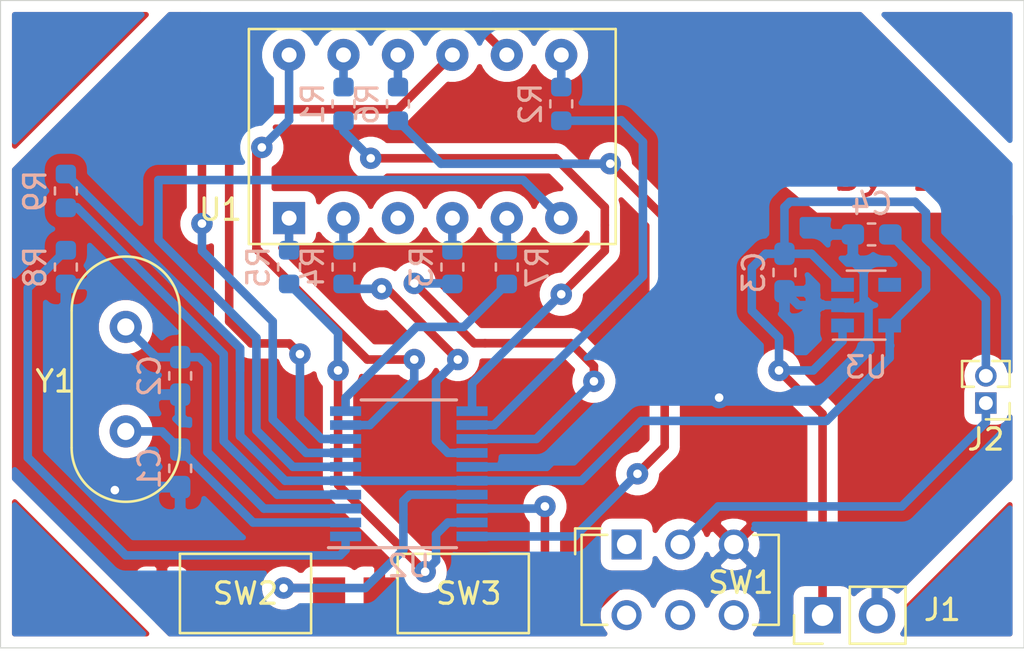
<source format=kicad_pcb>
(kicad_pcb (version 20171130) (host pcbnew 5.1.2-1.fc30)

  (general
    (thickness 1.6)
    (drawings 6)
    (tracks 233)
    (zones 0)
    (modules 22)
    (nets 32)
  )

  (page A4)
  (layers
    (0 F.Cu signal)
    (31 B.Cu signal)
    (32 B.Adhes user)
    (33 F.Adhes user)
    (34 B.Paste user)
    (35 F.Paste user)
    (36 B.SilkS user hide)
    (37 F.SilkS user hide)
    (38 B.Mask user)
    (39 F.Mask user hide)
    (40 Dwgs.User user)
    (41 Cmts.User user)
    (42 Eco1.User user)
    (43 Eco2.User user)
    (44 Edge.Cuts user)
    (45 Margin user)
    (46 B.CrtYd user hide)
    (47 F.CrtYd user hide)
    (48 B.Fab user hide)
    (49 F.Fab user hide)
  )

  (setup
    (last_trace_width 0.4)
    (user_trace_width 0.4)
    (user_trace_width 0.6)
    (trace_clearance 0.2)
    (zone_clearance 0.508)
    (zone_45_only no)
    (trace_min 0.3)
    (via_size 1)
    (via_drill 0.4)
    (via_min_size 0.4)
    (via_min_drill 0.3)
    (user_via 1 0.4)
    (uvia_size 0.3)
    (uvia_drill 0.1)
    (uvias_allowed no)
    (uvia_min_size 0.2)
    (uvia_min_drill 0.1)
    (edge_width 0.05)
    (segment_width 0.2)
    (pcb_text_width 0.3)
    (pcb_text_size 1.5 1.5)
    (mod_edge_width 0.12)
    (mod_text_size 1 1)
    (mod_text_width 0.15)
    (pad_size 1.5 1.5)
    (pad_drill 0.7)
    (pad_to_mask_clearance 0.051)
    (solder_mask_min_width 0.25)
    (aux_axis_origin 0 0)
    (visible_elements FFFFFFFF)
    (pcbplotparams
      (layerselection 0x010fc_ffffffff)
      (usegerberextensions false)
      (usegerberattributes false)
      (usegerberadvancedattributes false)
      (creategerberjobfile false)
      (excludeedgelayer true)
      (linewidth 0.100000)
      (plotframeref false)
      (viasonmask false)
      (mode 1)
      (useauxorigin false)
      (hpglpennumber 1)
      (hpglpenspeed 20)
      (hpglpendiameter 15.000000)
      (psnegative false)
      (psa4output false)
      (plotreference true)
      (plotvalue true)
      (plotinvisibletext false)
      (padsonsilk false)
      (subtractmaskfromsilk false)
      (outputformat 1)
      (mirror false)
      (drillshape 1)
      (scaleselection 1)
      (outputdirectory ""))
  )

  (net 0 "")
  (net 1 GND)
  (net 2 "Net-(C1-Pad1)")
  (net 3 "Net-(C2-Pad1)")
  (net 4 "Net-(C3-Pad1)")
  (net 5 +3V3)
  (net 6 "Net-(R1-Pad1)")
  (net 7 SA)
  (net 8 SB)
  (net 9 "Net-(R2-Pad1)")
  (net 10 SC)
  (net 11 "Net-(R3-Pad1)")
  (net 12 SD)
  (net 13 "Net-(R4-Pad1)")
  (net 14 "Net-(R5-Pad1)")
  (net 15 SE)
  (net 16 "Net-(R6-Pad1)")
  (net 17 SF)
  (net 18 SG)
  (net 19 "Net-(R7-Pad2)")
  (net 20 "Net-(R8-Pad1)")
  (net 21 "Net-(R9-Pad2)")
  (net 22 "Net-(SW1-Pad1)")
  (net 23 "Net-(SW2-Pad1)")
  (net 24 "Net-(SW3-Pad1)")
  (net 25 "Net-(U1-Pad3)")
  (net 26 D4)
  (net 27 D3)
  (net 28 D2)
  (net 29 D1)
  (net 30 "Net-(U3-Pad4)")
  (net 31 "Net-(J2-Pad1)")

  (net_class Default "To jest domyślna klasa połączeń."
    (clearance 0.2)
    (trace_width 0.4)
    (via_dia 1)
    (via_drill 0.4)
    (uvia_dia 0.3)
    (uvia_drill 0.1)
    (diff_pair_width 0.3)
    (diff_pair_gap 0.25)
    (add_net +3V3)
    (add_net D1)
    (add_net D2)
    (add_net D3)
    (add_net D4)
    (add_net GND)
    (add_net "Net-(C1-Pad1)")
    (add_net "Net-(C2-Pad1)")
    (add_net "Net-(C3-Pad1)")
    (add_net "Net-(J2-Pad1)")
    (add_net "Net-(R1-Pad1)")
    (add_net "Net-(R2-Pad1)")
    (add_net "Net-(R3-Pad1)")
    (add_net "Net-(R4-Pad1)")
    (add_net "Net-(R5-Pad1)")
    (add_net "Net-(R6-Pad1)")
    (add_net "Net-(R7-Pad2)")
    (add_net "Net-(R8-Pad1)")
    (add_net "Net-(R9-Pad2)")
    (add_net "Net-(SW1-Pad1)")
    (add_net "Net-(SW2-Pad1)")
    (add_net "Net-(SW3-Pad1)")
    (add_net "Net-(U1-Pad3)")
    (add_net "Net-(U3-Pad4)")
    (add_net SA)
    (add_net SB)
    (add_net SC)
    (add_net SD)
    (add_net SE)
    (add_net SF)
    (add_net SG)
  )

  (net_class +3V3 ""
    (clearance 0.2)
    (trace_width 0.6)
    (via_dia 1)
    (via_drill 0.4)
    (uvia_dia 0.3)
    (uvia_drill 0.1)
    (diff_pair_width 0.3)
    (diff_pair_gap 0.25)
  )

  (net_class GND ""
    (clearance 0.2)
    (trace_width 0.6)
    (via_dia 1)
    (via_drill 0.4)
    (uvia_dia 0.3)
    (uvia_drill 0.1)
    (diff_pair_width 0.3)
    (diff_pair_gap 0.25)
  )

  (module Crystal:Crystal_HC49-4H_Vertical (layer F.Cu) (tedit 5A1AD3B7) (tstamp 5D2C300A)
    (at 206.502 106.68 270)
    (descr "Crystal THT HC-49-4H http://5hertz.com/pdfs/04404_D.pdf")
    (tags "THT crystalHC-49-4H")
    (path /5D1B3EB6)
    (fp_text reference Y1 (at 2.54 3.302 180) (layer F.SilkS)
      (effects (font (size 1 1) (thickness 0.15)))
    )
    (fp_text value 18.432MHz (at 2.44 3.525 90) (layer F.Fab)
      (effects (font (size 1 1) (thickness 0.15)))
    )
    (fp_text user %R (at 2.44 0 90) (layer F.Fab)
      (effects (font (size 1 1) (thickness 0.15)))
    )
    (fp_line (start -0.76 -2.325) (end 5.64 -2.325) (layer F.Fab) (width 0.1))
    (fp_line (start -0.76 2.325) (end 5.64 2.325) (layer F.Fab) (width 0.1))
    (fp_line (start -0.56 -2) (end 5.44 -2) (layer F.Fab) (width 0.1))
    (fp_line (start -0.56 2) (end 5.44 2) (layer F.Fab) (width 0.1))
    (fp_line (start -0.76 -2.525) (end 5.64 -2.525) (layer F.SilkS) (width 0.12))
    (fp_line (start -0.76 2.525) (end 5.64 2.525) (layer F.SilkS) (width 0.12))
    (fp_line (start -3.6 -2.8) (end -3.6 2.8) (layer F.CrtYd) (width 0.05))
    (fp_line (start -3.6 2.8) (end 8.5 2.8) (layer F.CrtYd) (width 0.05))
    (fp_line (start 8.5 2.8) (end 8.5 -2.8) (layer F.CrtYd) (width 0.05))
    (fp_line (start 8.5 -2.8) (end -3.6 -2.8) (layer F.CrtYd) (width 0.05))
    (fp_arc (start -0.76 0) (end -0.76 -2.325) (angle -180) (layer F.Fab) (width 0.1))
    (fp_arc (start 5.64 0) (end 5.64 -2.325) (angle 180) (layer F.Fab) (width 0.1))
    (fp_arc (start -0.56 0) (end -0.56 -2) (angle -180) (layer F.Fab) (width 0.1))
    (fp_arc (start 5.44 0) (end 5.44 -2) (angle 180) (layer F.Fab) (width 0.1))
    (fp_arc (start -0.76 0) (end -0.76 -2.525) (angle -180) (layer F.SilkS) (width 0.12))
    (fp_arc (start 5.64 0) (end 5.64 -2.525) (angle 180) (layer F.SilkS) (width 0.12))
    (pad 1 thru_hole circle (at 0 0 270) (size 1.5 1.5) (drill 0.8) (layers *.Cu *.Mask)
      (net 3 "Net-(C2-Pad1)"))
    (pad 2 thru_hole circle (at 4.88 0 270) (size 1.5 1.5) (drill 0.8) (layers *.Cu *.Mask)
      (net 2 "Net-(C1-Pad1)"))
    (model ${KISYS3DMOD}/Crystal.3dshapes/Crystal_HC49-4H_Vertical.wrl
      (at (xyz 0 0 0))
      (scale (xyz 1 1 1))
      (rotate (xyz 0 0 0))
    )
  )

  (module Display_7Segment:MAN3420A (layer F.Cu) (tedit 5D2C2E92) (tstamp 5D1ED33A)
    (at 214.122 101.6 90)
    (descr https://www.digchip.com/datasheets/parts/datasheet/161/MAN3640A-pdf.php)
    (tags "One digit 7 segment green LED with left dot")
    (path /5D1B19BD)
    (fp_text reference U1 (at 0.4 -3.2 180) (layer F.SilkS)
      (effects (font (size 1 1) (thickness 0.15)))
    )
    (fp_text value BQ-M322RD (at 3.81 16.51 90) (layer F.Fab)
      (effects (font (size 1 1) (thickness 0.15)))
    )
    (fp_text user %R (at 3.8 7.8 90) (layer F.Fab)
      (effects (font (size 1 1) (thickness 0.15)))
    )
    (fp_line (start -1.34 -2.01) (end 8.96 -2.01) (layer F.CrtYd) (width 0.05))
    (fp_line (start 8.96 -2.01) (end 8.89 13.97) (layer F.CrtYd) (width 0.05))
    (fp_line (start -1.09 1) (end -0.09 0) (layer F.Fab) (width 0.1))
    (fp_line (start -0.09 0) (end -1.09 -1) (layer F.Fab) (width 0.1))
    (fp_line (start -1.09 -1) (end -1.09 -1.755) (layer F.Fab) (width 0.1))
    (fp_line (start -1.21 -1.875) (end 8.83 -1.875) (layer F.SilkS) (width 0.12))
    (fp_line (start 8.83 -1.875) (end 8.83 15.24) (layer F.SilkS) (width 0.12))
    (fp_line (start 8.83 15.24) (end -1.21 15.24) (layer F.SilkS) (width 0.12))
    (fp_line (start -1.21 15.24) (end -1.21 -1.875) (layer F.SilkS) (width 0.12))
    (fp_line (start -1.09 -1.755) (end 8.71 -1.755) (layer F.Fab) (width 0.1))
    (pad 1 thru_hole rect (at 0 0 90) (size 1.5 1.5) (drill 0.7) (layers *.Cu *.Mask)
      (net 14 "Net-(R5-Pad1)"))
    (pad 2 thru_hole circle (at 0 2.54 90) (size 1.5 1.5) (drill 0.7) (layers *.Cu *.Mask)
      (net 13 "Net-(R4-Pad1)"))
    (pad 3 thru_hole circle (at 0 5.08 90) (size 1.5 1.5) (drill 0.7) (layers *.Cu *.Mask)
      (net 25 "Net-(U1-Pad3)"))
    (pad 4 thru_hole circle (at 0 7.62 90) (size 1.5 1.5) (drill 0.7) (layers *.Cu *.Mask)
      (net 11 "Net-(R3-Pad1)"))
    (pad 5 thru_hole circle (at 0 10.16 90) (size 1.5 1.5) (drill 0.7) (layers *.Cu *.Mask)
      (net 19 "Net-(R7-Pad2)"))
    (pad 6 thru_hole circle (at 0 12.7 90) (size 1.5 1.5) (drill 0.7) (layers *.Cu *.Mask)
      (net 26 D4))
    (pad 7 thru_hole circle (at 7.62 12.7 90) (size 1.5 1.5) (drill 0.7) (layers *.Cu *.Mask)
      (net 9 "Net-(R2-Pad1)"))
    (pad 8 thru_hole circle (at 7.62 10.16 90) (size 1.5 1.5) (drill 0.7) (layers *.Cu *.Mask)
      (net 27 D3))
    (pad 9 thru_hole circle (at 7.62 7.62 90) (size 1.5 1.5) (drill 0.7) (layers *.Cu *.Mask)
      (net 28 D2))
    (pad 10 thru_hole circle (at 7.62 5.08 90) (size 1.5 1.5) (drill 0.7) (layers *.Cu *.Mask)
      (net 16 "Net-(R6-Pad1)"))
    (pad 11 thru_hole circle (at 7.62 2.54 90) (size 1.5 1.5) (drill 0.7) (layers *.Cu *.Mask)
      (net 6 "Net-(R1-Pad1)"))
    (pad 12 thru_hole circle (at 7.62 0 90) (size 1.5 1.5) (drill 0.7) (layers *.Cu *.Mask)
      (net 29 D1))
    (model ${KISYS3DMOD}/Display_7Segment.3dshapes/MAN3420A.wrl
      (at (xyz 0 0 0))
      (scale (xyz 1 1 1))
      (rotate (xyz 0 0 0))
    )
  )

  (module Button_Switch_SMD:SW_SPST_CK_RS282G05A3 (layer F.Cu) (tedit 5A7A67D2) (tstamp 5D2D9102)
    (at 222.25 119.126 180)
    (descr https://www.mouser.com/ds/2/60/RS-282G05A-SM_RT-1159762.pdf)
    (tags "SPST button tactile switch")
    (path /5D1BD717)
    (attr smd)
    (fp_text reference SW3 (at -0.254 0) (layer F.SilkS)
      (effects (font (size 1 1) (thickness 0.15)))
    )
    (fp_text value CLEAR (at 0 3) (layer F.Fab)
      (effects (font (size 1 1) (thickness 0.15)))
    )
    (fp_line (start 3 -1.8) (end 3 1.8) (layer F.Fab) (width 0.1))
    (fp_line (start -3 -1.8) (end -3 1.8) (layer F.Fab) (width 0.1))
    (fp_line (start -3 -1.8) (end 3 -1.8) (layer F.Fab) (width 0.1))
    (fp_line (start -3 1.8) (end 3 1.8) (layer F.Fab) (width 0.1))
    (fp_line (start -1.5 -0.8) (end -1.5 0.8) (layer F.Fab) (width 0.1))
    (fp_line (start 1.5 -0.8) (end 1.5 0.8) (layer F.Fab) (width 0.1))
    (fp_line (start -1.5 -0.8) (end 1.5 -0.8) (layer F.Fab) (width 0.1))
    (fp_line (start -1.5 0.8) (end 1.5 0.8) (layer F.Fab) (width 0.1))
    (fp_line (start -3.06 1.85) (end -3.06 -1.85) (layer F.SilkS) (width 0.12))
    (fp_line (start 3.06 1.85) (end -3.06 1.85) (layer F.SilkS) (width 0.12))
    (fp_line (start 3.06 -1.85) (end 3.06 1.85) (layer F.SilkS) (width 0.12))
    (fp_line (start -3.06 -1.85) (end 3.06 -1.85) (layer F.SilkS) (width 0.12))
    (fp_line (start -1.75 1) (end -1.75 -1) (layer F.Fab) (width 0.1))
    (fp_line (start 1.75 1) (end -1.75 1) (layer F.Fab) (width 0.1))
    (fp_line (start 1.75 -1) (end 1.75 1) (layer F.Fab) (width 0.1))
    (fp_line (start -1.75 -1) (end 1.75 -1) (layer F.Fab) (width 0.1))
    (fp_text user %R (at 0 1.778) (layer F.Fab)
      (effects (font (size 1 1) (thickness 0.15)))
    )
    (fp_line (start -4.9 -2.05) (end 4.9 -2.05) (layer F.CrtYd) (width 0.05))
    (fp_line (start 4.9 -2.05) (end 4.9 2.05) (layer F.CrtYd) (width 0.05))
    (fp_line (start 4.9 2.05) (end -4.9 2.05) (layer F.CrtYd) (width 0.05))
    (fp_line (start -4.9 2.05) (end -4.9 -2.05) (layer F.CrtYd) (width 0.05))
    (pad 2 smd rect (at 3.9 0 180) (size 1.5 1.5) (layers F.Cu F.Paste F.Mask)
      (net 1 GND))
    (pad 1 smd rect (at -3.9 0 180) (size 1.5 1.5) (layers F.Cu F.Paste F.Mask)
      (net 24 "Net-(SW3-Pad1)"))
    (model ${KISYS3DMOD}/Button_Switch_SMD.3dshapes/SW_SPST_CK_RS282G05A3.wrl
      (at (xyz 0 0 0))
      (scale (xyz 1 1 1))
      (rotate (xyz 0 0 0))
    )
  )

  (module Package_SO:TSSOP-20_4.4x6.5mm_P0.65mm (layer B.Cu) (tedit 5A02F25C) (tstamp 5D1EA92B)
    (at 219.71 113.538)
    (descr "20-Lead Plastic Thin Shrink Small Outline (ST)-4.4 mm Body [TSSOP] (see Microchip Packaging Specification 00000049BS.pdf)")
    (tags "SSOP 0.65")
    (path /5D1B29CB)
    (attr smd)
    (fp_text reference U2 (at 0 4.3) (layer B.SilkS)
      (effects (font (size 1 1) (thickness 0.15)) (justify mirror))
    )
    (fp_text value STM32F030F4Px (at 0 -4.3) (layer B.Fab)
      (effects (font (size 1 1) (thickness 0.15)) (justify mirror))
    )
    (fp_line (start -1.2 3.25) (end 2.2 3.25) (layer B.Fab) (width 0.15))
    (fp_line (start 2.2 3.25) (end 2.2 -3.25) (layer B.Fab) (width 0.15))
    (fp_line (start 2.2 -3.25) (end -2.2 -3.25) (layer B.Fab) (width 0.15))
    (fp_line (start -2.2 -3.25) (end -2.2 2.25) (layer B.Fab) (width 0.15))
    (fp_line (start -2.2 2.25) (end -1.2 3.25) (layer B.Fab) (width 0.15))
    (fp_line (start -3.95 3.55) (end -3.95 -3.55) (layer B.CrtYd) (width 0.05))
    (fp_line (start 3.95 3.55) (end 3.95 -3.55) (layer B.CrtYd) (width 0.05))
    (fp_line (start -3.95 3.55) (end 3.95 3.55) (layer B.CrtYd) (width 0.05))
    (fp_line (start -3.95 -3.55) (end 3.95 -3.55) (layer B.CrtYd) (width 0.05))
    (fp_line (start -2.225 -3.45) (end 2.225 -3.45) (layer B.SilkS) (width 0.15))
    (fp_line (start -3.75 3.45) (end 2.225 3.45) (layer B.SilkS) (width 0.15))
    (fp_text user %R (at 0 0) (layer B.Fab)
      (effects (font (size 0.8 0.8) (thickness 0.15)) (justify mirror))
    )
    (pad 1 smd rect (at -2.95 2.925) (size 1.45 0.45) (layers B.Cu B.Paste B.Mask)
      (net 20 "Net-(R8-Pad1)"))
    (pad 2 smd rect (at -2.95 2.275) (size 1.45 0.45) (layers B.Cu B.Paste B.Mask)
      (net 2 "Net-(C1-Pad1)"))
    (pad 3 smd rect (at -2.95 1.625) (size 1.45 0.45) (layers B.Cu B.Paste B.Mask)
      (net 3 "Net-(C2-Pad1)"))
    (pad 4 smd rect (at -2.95 0.975) (size 1.45 0.45) (layers B.Cu B.Paste B.Mask)
      (net 21 "Net-(R9-Pad2)"))
    (pad 5 smd rect (at -2.95 0.325) (size 1.45 0.45) (layers B.Cu B.Paste B.Mask)
      (net 5 +3V3))
    (pad 6 smd rect (at -2.95 -0.325) (size 1.45 0.45) (layers B.Cu B.Paste B.Mask)
      (net 26 D4))
    (pad 7 smd rect (at -2.95 -0.975) (size 1.45 0.45) (layers B.Cu B.Paste B.Mask)
      (net 27 D3))
    (pad 8 smd rect (at -2.95 -1.625) (size 1.45 0.45) (layers B.Cu B.Paste B.Mask)
      (net 28 D2))
    (pad 9 smd rect (at -2.95 -2.275) (size 1.45 0.45) (layers B.Cu B.Paste B.Mask)
      (net 29 D1))
    (pad 10 smd rect (at -2.95 -2.925) (size 1.45 0.45) (layers B.Cu B.Paste B.Mask)
      (net 18 SG))
    (pad 11 smd rect (at 2.95 -2.925) (size 1.45 0.45) (layers B.Cu B.Paste B.Mask)
      (net 7 SA))
    (pad 12 smd rect (at 2.95 -2.275) (size 1.45 0.45) (layers B.Cu B.Paste B.Mask)
      (net 8 SB))
    (pad 13 smd rect (at 2.95 -1.625) (size 1.45 0.45) (layers B.Cu B.Paste B.Mask)
      (net 10 SC))
    (pad 14 smd rect (at 2.95 -0.975) (size 1.45 0.45) (layers B.Cu B.Paste B.Mask)
      (net 12 SD))
    (pad 15 smd rect (at 2.95 -0.325) (size 1.45 0.45) (layers B.Cu B.Paste B.Mask)
      (net 1 GND))
    (pad 16 smd rect (at 2.95 0.325) (size 1.45 0.45) (layers B.Cu B.Paste B.Mask)
      (net 5 +3V3))
    (pad 17 smd rect (at 2.95 0.975) (size 1.45 0.45) (layers B.Cu B.Paste B.Mask)
      (net 23 "Net-(SW2-Pad1)"))
    (pad 18 smd rect (at 2.95 1.625) (size 1.45 0.45) (layers B.Cu B.Paste B.Mask)
      (net 24 "Net-(SW3-Pad1)"))
    (pad 19 smd rect (at 2.95 2.275) (size 1.45 0.45) (layers B.Cu B.Paste B.Mask)
      (net 15 SE))
    (pad 20 smd rect (at 2.95 2.925) (size 1.45 0.45) (layers B.Cu B.Paste B.Mask)
      (net 17 SF))
    (model ${KISYS3DMOD}/Package_SO.3dshapes/TSSOP-20_4.4x6.5mm_P0.65mm.wrl
      (at (xyz 0 0 0))
      (scale (xyz 1 1 1))
      (rotate (xyz 0 0 0))
    )
  )

  (module Button_Switch_THT:SW_CuK_JS202011CQN_DPDT_Straight (layer F.Cu) (tedit 5A02FE31) (tstamp 5D1E83D0)
    (at 229.87 116.84)
    (descr "CuK sub miniature slide switch, JS series, DPDT, right angle, http://www.ckswitches.com/media/1422/js.pdf")
    (tags "switch DPDT")
    (path /5D1B5FD6)
    (fp_text reference SW1 (at 5.334 1.778) (layer F.SilkS)
      (effects (font (size 1 1) (thickness 0.15)))
    )
    (fp_text value POWER (at 2.54 -1.778) (layer F.Fab)
      (effects (font (size 1 1) (thickness 0.15)))
    )
    (fp_line (start -1 -0.35) (end -2 0.65) (layer F.Fab) (width 0.1))
    (fp_line (start -2.25 4.25) (end -2.25 -0.95) (layer F.CrtYd) (width 0.05))
    (fp_line (start 7.25 4.25) (end -2.25 4.25) (layer F.CrtYd) (width 0.05))
    (fp_line (start 7.25 -0.95) (end 7.25 4.25) (layer F.CrtYd) (width 0.05))
    (fp_line (start -2.25 -0.95) (end 7.25 -0.95) (layer F.CrtYd) (width 0.05))
    (fp_line (start -2.4 -0.75) (end -2.4 0.45) (layer F.SilkS) (width 0.12))
    (fp_line (start -1.2 -0.75) (end -2.4 -0.75) (layer F.SilkS) (width 0.12))
    (fp_line (start 7.1 3.75) (end 5.9 3.75) (layer F.SilkS) (width 0.12))
    (fp_line (start 7.1 -0.45) (end 7.1 3.75) (layer F.SilkS) (width 0.12))
    (fp_line (start 5.9 -0.45) (end 7.1 -0.45) (layer F.SilkS) (width 0.12))
    (fp_line (start -2.1 3.75) (end -0.9 3.75) (layer F.SilkS) (width 0.12))
    (fp_line (start -2.1 -0.45) (end -2.1 3.75) (layer F.SilkS) (width 0.12))
    (fp_line (start -0.9 -0.45) (end -2.1 -0.45) (layer F.SilkS) (width 0.12))
    (fp_text user %R (at 2 1.65) (layer F.Fab)
      (effects (font (size 1 1) (thickness 0.15)))
    )
    (fp_line (start -2 3.65) (end -2 0.65) (layer F.Fab) (width 0.1))
    (fp_line (start 7 3.65) (end -2 3.65) (layer F.Fab) (width 0.1))
    (fp_line (start 7 -0.35) (end 7 3.65) (layer F.Fab) (width 0.1))
    (fp_line (start -1 -0.35) (end 7 -0.35) (layer F.Fab) (width 0.1))
    (pad 1 thru_hole rect (at 0 0) (size 1.4 1.4) (drill 0.9) (layers *.Cu *.Mask)
      (net 22 "Net-(SW1-Pad1)"))
    (pad 2 thru_hole circle (at 2.5 0) (size 1.4 1.4) (drill 0.9) (layers *.Cu *.Mask)
      (net 31 "Net-(J2-Pad1)"))
    (pad 3 thru_hole circle (at 5 0) (size 1.4 1.4) (drill 0.9) (layers *.Cu *.Mask)
      (net 1 GND))
    (pad 4 thru_hole circle (at 0 3.3) (size 1.4 1.4) (drill 0.9) (layers *.Cu *.Mask))
    (pad 5 thru_hole circle (at 2.5 3.3) (size 1.4 1.4) (drill 0.9) (layers *.Cu *.Mask))
    (pad 6 thru_hole circle (at 5 3.3) (size 1.4 1.4) (drill 0.9) (layers *.Cu *.Mask))
    (model ${KISYS3DMOD}/Button_Switch_THT.3dshapes/SW_CuK_JS202011CQN_DPDT_Straight.wrl
      (at (xyz 0 0 0))
      (scale (xyz 1 1 1))
      (rotate (xyz 0 0 0))
    )
  )

  (module Capacitor_SMD:C_0603_1608Metric_Pad1.05x0.95mm_HandSolder (layer B.Cu) (tedit 5B301BBE) (tstamp 5D1E81FF)
    (at 209.042 113.284 270)
    (descr "Capacitor SMD 0603 (1608 Metric), square (rectangular) end terminal, IPC_7351 nominal with elongated pad for handsoldering. (Body size source: http://www.tortai-tech.com/upload/download/2011102023233369053.pdf), generated with kicad-footprint-generator")
    (tags "capacitor handsolder")
    (path /5D1CEC8A)
    (attr smd)
    (fp_text reference C1 (at 0 1.43 90) (layer B.SilkS)
      (effects (font (size 1 1) (thickness 0.15)) (justify mirror))
    )
    (fp_text value 22p (at 0 -1.43 90) (layer B.Fab)
      (effects (font (size 1 1) (thickness 0.15)) (justify mirror))
    )
    (fp_text user %R (at 0 0 90) (layer B.Fab)
      (effects (font (size 0.4 0.4) (thickness 0.06)) (justify mirror))
    )
    (fp_line (start 1.65 -0.73) (end -1.65 -0.73) (layer B.CrtYd) (width 0.05))
    (fp_line (start 1.65 0.73) (end 1.65 -0.73) (layer B.CrtYd) (width 0.05))
    (fp_line (start -1.65 0.73) (end 1.65 0.73) (layer B.CrtYd) (width 0.05))
    (fp_line (start -1.65 -0.73) (end -1.65 0.73) (layer B.CrtYd) (width 0.05))
    (fp_line (start -0.171267 -0.51) (end 0.171267 -0.51) (layer B.SilkS) (width 0.12))
    (fp_line (start -0.171267 0.51) (end 0.171267 0.51) (layer B.SilkS) (width 0.12))
    (fp_line (start 0.8 -0.4) (end -0.8 -0.4) (layer B.Fab) (width 0.1))
    (fp_line (start 0.8 0.4) (end 0.8 -0.4) (layer B.Fab) (width 0.1))
    (fp_line (start -0.8 0.4) (end 0.8 0.4) (layer B.Fab) (width 0.1))
    (fp_line (start -0.8 -0.4) (end -0.8 0.4) (layer B.Fab) (width 0.1))
    (pad 2 smd roundrect (at 0.875 0 270) (size 1.05 0.95) (layers B.Cu B.Paste B.Mask) (roundrect_rratio 0.25)
      (net 1 GND))
    (pad 1 smd roundrect (at -0.875 0 270) (size 1.05 0.95) (layers B.Cu B.Paste B.Mask) (roundrect_rratio 0.25)
      (net 2 "Net-(C1-Pad1)"))
    (model ${KISYS3DMOD}/Capacitor_SMD.3dshapes/C_0603_1608Metric.wrl
      (at (xyz 0 0 0))
      (scale (xyz 1 1 1))
      (rotate (xyz 0 0 0))
    )
  )

  (module Capacitor_SMD:C_0603_1608Metric_Pad1.05x0.95mm_HandSolder (layer B.Cu) (tedit 5B301BBE) (tstamp 5D1E8210)
    (at 209.042 108.966 270)
    (descr "Capacitor SMD 0603 (1608 Metric), square (rectangular) end terminal, IPC_7351 nominal with elongated pad for handsoldering. (Body size source: http://www.tortai-tech.com/upload/download/2011102023233369053.pdf), generated with kicad-footprint-generator")
    (tags "capacitor handsolder")
    (path /5D1D00E5)
    (attr smd)
    (fp_text reference C2 (at 0 1.43 90) (layer B.SilkS)
      (effects (font (size 1 1) (thickness 0.15)) (justify mirror))
    )
    (fp_text value 22p (at 0 -1.43 90) (layer B.Fab)
      (effects (font (size 1 1) (thickness 0.15)) (justify mirror))
    )
    (fp_line (start -0.8 -0.4) (end -0.8 0.4) (layer B.Fab) (width 0.1))
    (fp_line (start -0.8 0.4) (end 0.8 0.4) (layer B.Fab) (width 0.1))
    (fp_line (start 0.8 0.4) (end 0.8 -0.4) (layer B.Fab) (width 0.1))
    (fp_line (start 0.8 -0.4) (end -0.8 -0.4) (layer B.Fab) (width 0.1))
    (fp_line (start -0.171267 0.51) (end 0.171267 0.51) (layer B.SilkS) (width 0.12))
    (fp_line (start -0.171267 -0.51) (end 0.171267 -0.51) (layer B.SilkS) (width 0.12))
    (fp_line (start -1.65 -0.73) (end -1.65 0.73) (layer B.CrtYd) (width 0.05))
    (fp_line (start -1.65 0.73) (end 1.65 0.73) (layer B.CrtYd) (width 0.05))
    (fp_line (start 1.65 0.73) (end 1.65 -0.73) (layer B.CrtYd) (width 0.05))
    (fp_line (start 1.65 -0.73) (end -1.65 -0.73) (layer B.CrtYd) (width 0.05))
    (fp_text user %R (at 0 0 90) (layer B.Fab)
      (effects (font (size 0.4 0.4) (thickness 0.06)) (justify mirror))
    )
    (pad 1 smd roundrect (at -0.875 0 270) (size 1.05 0.95) (layers B.Cu B.Paste B.Mask) (roundrect_rratio 0.25)
      (net 3 "Net-(C2-Pad1)"))
    (pad 2 smd roundrect (at 0.875 0 270) (size 1.05 0.95) (layers B.Cu B.Paste B.Mask) (roundrect_rratio 0.25)
      (net 1 GND))
    (model ${KISYS3DMOD}/Capacitor_SMD.3dshapes/C_0603_1608Metric.wrl
      (at (xyz 0 0 0))
      (scale (xyz 1 1 1))
      (rotate (xyz 0 0 0))
    )
  )

  (module Capacitor_SMD:C_0603_1608Metric_Pad1.05x0.95mm_HandSolder (layer B.Cu) (tedit 5B301BBE) (tstamp 5D1E8221)
    (at 237.236 104.14 270)
    (descr "Capacitor SMD 0603 (1608 Metric), square (rectangular) end terminal, IPC_7351 nominal with elongated pad for handsoldering. (Body size source: http://www.tortai-tech.com/upload/download/2011102023233369053.pdf), generated with kicad-footprint-generator")
    (tags "capacitor handsolder")
    (path /5D1D189F)
    (attr smd)
    (fp_text reference C3 (at 0 1.43 90) (layer B.SilkS)
      (effects (font (size 1 1) (thickness 0.15)) (justify mirror))
    )
    (fp_text value 100n (at 0 -1.43 90) (layer B.Fab)
      (effects (font (size 1 1) (thickness 0.15)) (justify mirror))
    )
    (fp_text user %R (at 0 0 90) (layer B.Fab)
      (effects (font (size 0.4 0.4) (thickness 0.06)) (justify mirror))
    )
    (fp_line (start 1.65 -0.73) (end -1.65 -0.73) (layer B.CrtYd) (width 0.05))
    (fp_line (start 1.65 0.73) (end 1.65 -0.73) (layer B.CrtYd) (width 0.05))
    (fp_line (start -1.65 0.73) (end 1.65 0.73) (layer B.CrtYd) (width 0.05))
    (fp_line (start -1.65 -0.73) (end -1.65 0.73) (layer B.CrtYd) (width 0.05))
    (fp_line (start -0.171267 -0.51) (end 0.171267 -0.51) (layer B.SilkS) (width 0.12))
    (fp_line (start -0.171267 0.51) (end 0.171267 0.51) (layer B.SilkS) (width 0.12))
    (fp_line (start 0.8 -0.4) (end -0.8 -0.4) (layer B.Fab) (width 0.1))
    (fp_line (start 0.8 0.4) (end 0.8 -0.4) (layer B.Fab) (width 0.1))
    (fp_line (start -0.8 0.4) (end 0.8 0.4) (layer B.Fab) (width 0.1))
    (fp_line (start -0.8 -0.4) (end -0.8 0.4) (layer B.Fab) (width 0.1))
    (pad 2 smd roundrect (at 0.875 0 270) (size 1.05 0.95) (layers B.Cu B.Paste B.Mask) (roundrect_rratio 0.25)
      (net 1 GND))
    (pad 1 smd roundrect (at -0.875 0 270) (size 1.05 0.95) (layers B.Cu B.Paste B.Mask) (roundrect_rratio 0.25)
      (net 4 "Net-(C3-Pad1)"))
    (model ${KISYS3DMOD}/Capacitor_SMD.3dshapes/C_0603_1608Metric.wrl
      (at (xyz 0 0 0))
      (scale (xyz 1 1 1))
      (rotate (xyz 0 0 0))
    )
  )

  (module Capacitor_SMD:C_0603_1608Metric_Pad1.05x0.95mm_HandSolder (layer B.Cu) (tedit 5B301BBE) (tstamp 5D1E8232)
    (at 241.3 102.362 180)
    (descr "Capacitor SMD 0603 (1608 Metric), square (rectangular) end terminal, IPC_7351 nominal with elongated pad for handsoldering. (Body size source: http://www.tortai-tech.com/upload/download/2011102023233369053.pdf), generated with kicad-footprint-generator")
    (tags "capacitor handsolder")
    (path /5D1D18A5)
    (attr smd)
    (fp_text reference C4 (at 0 1.43) (layer B.SilkS)
      (effects (font (size 1 1) (thickness 0.15)) (justify mirror))
    )
    (fp_text value 100n (at 0 -1.43) (layer B.Fab)
      (effects (font (size 1 1) (thickness 0.15)) (justify mirror))
    )
    (fp_line (start -0.8 -0.4) (end -0.8 0.4) (layer B.Fab) (width 0.1))
    (fp_line (start -0.8 0.4) (end 0.8 0.4) (layer B.Fab) (width 0.1))
    (fp_line (start 0.8 0.4) (end 0.8 -0.4) (layer B.Fab) (width 0.1))
    (fp_line (start 0.8 -0.4) (end -0.8 -0.4) (layer B.Fab) (width 0.1))
    (fp_line (start -0.171267 0.51) (end 0.171267 0.51) (layer B.SilkS) (width 0.12))
    (fp_line (start -0.171267 -0.51) (end 0.171267 -0.51) (layer B.SilkS) (width 0.12))
    (fp_line (start -1.65 -0.73) (end -1.65 0.73) (layer B.CrtYd) (width 0.05))
    (fp_line (start -1.65 0.73) (end 1.65 0.73) (layer B.CrtYd) (width 0.05))
    (fp_line (start 1.65 0.73) (end 1.65 -0.73) (layer B.CrtYd) (width 0.05))
    (fp_line (start 1.65 -0.73) (end -1.65 -0.73) (layer B.CrtYd) (width 0.05))
    (fp_text user %R (at 0 0) (layer B.Fab)
      (effects (font (size 0.4 0.4) (thickness 0.06)) (justify mirror))
    )
    (pad 1 smd roundrect (at -0.875 0 180) (size 1.05 0.95) (layers B.Cu B.Paste B.Mask) (roundrect_rratio 0.25)
      (net 5 +3V3))
    (pad 2 smd roundrect (at 0.875 0 180) (size 1.05 0.95) (layers B.Cu B.Paste B.Mask) (roundrect_rratio 0.25)
      (net 1 GND))
    (model ${KISYS3DMOD}/Capacitor_SMD.3dshapes/C_0603_1608Metric.wrl
      (at (xyz 0 0 0))
      (scale (xyz 1 1 1))
      (rotate (xyz 0 0 0))
    )
  )

  (module Connector_PinHeader_2.54mm:PinHeader_1x02_P2.54mm_Vertical (layer F.Cu) (tedit 59FED5CC) (tstamp 5D1E82F1)
    (at 239.014 120.142 90)
    (descr "Through hole straight pin header, 1x02, 2.54mm pitch, single row")
    (tags "Through hole pin header THT 1x02 2.54mm single row")
    (path /5D1C06F8)
    (fp_text reference J1 (at 0.254 5.588 180) (layer F.SilkS)
      (effects (font (size 1 1) (thickness 0.15)))
    )
    (fp_text value Goldpin (at 2.286 1.27 180) (layer F.Fab)
      (effects (font (size 1 1) (thickness 0.15)))
    )
    (fp_line (start -0.635 -1.27) (end 1.27 -1.27) (layer F.Fab) (width 0.1))
    (fp_line (start 1.27 -1.27) (end 1.27 3.81) (layer F.Fab) (width 0.1))
    (fp_line (start 1.27 3.81) (end -1.27 3.81) (layer F.Fab) (width 0.1))
    (fp_line (start -1.27 3.81) (end -1.27 -0.635) (layer F.Fab) (width 0.1))
    (fp_line (start -1.27 -0.635) (end -0.635 -1.27) (layer F.Fab) (width 0.1))
    (fp_line (start -1.33 3.87) (end 1.33 3.87) (layer F.SilkS) (width 0.12))
    (fp_line (start -1.33 1.27) (end -1.33 3.87) (layer F.SilkS) (width 0.12))
    (fp_line (start 1.33 1.27) (end 1.33 3.87) (layer F.SilkS) (width 0.12))
    (fp_line (start -1.33 1.27) (end 1.33 1.27) (layer F.SilkS) (width 0.12))
    (fp_line (start -1.33 0) (end -1.33 -1.33) (layer F.SilkS) (width 0.12))
    (fp_line (start -1.33 -1.33) (end 0 -1.33) (layer F.SilkS) (width 0.12))
    (fp_line (start -1.8 -1.8) (end -1.8 4.35) (layer F.CrtYd) (width 0.05))
    (fp_line (start -1.8 4.35) (end 1.8 4.35) (layer F.CrtYd) (width 0.05))
    (fp_line (start 1.8 4.35) (end 1.8 -1.8) (layer F.CrtYd) (width 0.05))
    (fp_line (start 1.8 -1.8) (end -1.8 -1.8) (layer F.CrtYd) (width 0.05))
    (fp_text user %R (at 0 1.27) (layer F.Fab)
      (effects (font (size 1 1) (thickness 0.15)))
    )
    (pad 1 thru_hole rect (at 0 0 90) (size 1.7 1.7) (drill 1) (layers *.Cu *.Mask)
      (net 4 "Net-(C3-Pad1)"))
    (pad 2 thru_hole oval (at 0 2.54 90) (size 1.7 1.7) (drill 1) (layers *.Cu *.Mask)
      (net 1 GND))
    (model ${KISYS3DMOD}/Connector_PinHeader_2.54mm.3dshapes/PinHeader_1x02_P2.54mm_Vertical.wrl
      (at (xyz 0 0 0))
      (scale (xyz 1 1 1))
      (rotate (xyz 0 0 0))
    )
  )

  (module Resistor_SMD:R_0603_1608Metric (layer B.Cu) (tedit 5B301BBD) (tstamp 5D1E832C)
    (at 216.662 96.266 270)
    (descr "Resistor SMD 0603 (1608 Metric), square (rectangular) end terminal, IPC_7351 nominal, (Body size source: http://www.tortai-tech.com/upload/download/2011102023233369053.pdf), generated with kicad-footprint-generator")
    (tags resistor)
    (path /5D1C39A9)
    (attr smd)
    (fp_text reference R1 (at 0 1.43 90) (layer B.SilkS)
      (effects (font (size 1 1) (thickness 0.15)) (justify mirror))
    )
    (fp_text value 120 (at 0 -1.43 90) (layer B.Fab)
      (effects (font (size 1 1) (thickness 0.15)) (justify mirror))
    )
    (fp_line (start -0.8 -0.4) (end -0.8 0.4) (layer B.Fab) (width 0.1))
    (fp_line (start -0.8 0.4) (end 0.8 0.4) (layer B.Fab) (width 0.1))
    (fp_line (start 0.8 0.4) (end 0.8 -0.4) (layer B.Fab) (width 0.1))
    (fp_line (start 0.8 -0.4) (end -0.8 -0.4) (layer B.Fab) (width 0.1))
    (fp_line (start -0.162779 0.51) (end 0.162779 0.51) (layer B.SilkS) (width 0.12))
    (fp_line (start -0.162779 -0.51) (end 0.162779 -0.51) (layer B.SilkS) (width 0.12))
    (fp_line (start -1.48 -0.73) (end -1.48 0.73) (layer B.CrtYd) (width 0.05))
    (fp_line (start -1.48 0.73) (end 1.48 0.73) (layer B.CrtYd) (width 0.05))
    (fp_line (start 1.48 0.73) (end 1.48 -0.73) (layer B.CrtYd) (width 0.05))
    (fp_line (start 1.48 -0.73) (end -1.48 -0.73) (layer B.CrtYd) (width 0.05))
    (fp_text user %R (at 0 0 90) (layer B.Fab)
      (effects (font (size 0.4 0.4) (thickness 0.06)) (justify mirror))
    )
    (pad 1 smd roundrect (at -0.7875 0 270) (size 0.875 0.95) (layers B.Cu B.Paste B.Mask) (roundrect_rratio 0.25)
      (net 6 "Net-(R1-Pad1)"))
    (pad 2 smd roundrect (at 0.7875 0 270) (size 0.875 0.95) (layers B.Cu B.Paste B.Mask) (roundrect_rratio 0.25)
      (net 7 SA))
    (model ${KISYS3DMOD}/Resistor_SMD.3dshapes/R_0603_1608Metric.wrl
      (at (xyz 0 0 0))
      (scale (xyz 1 1 1))
      (rotate (xyz 0 0 0))
    )
  )

  (module Resistor_SMD:R_0603_1608Metric (layer B.Cu) (tedit 5B301BBD) (tstamp 5D1E833D)
    (at 226.822 96.266 270)
    (descr "Resistor SMD 0603 (1608 Metric), square (rectangular) end terminal, IPC_7351 nominal, (Body size source: http://www.tortai-tech.com/upload/download/2011102023233369053.pdf), generated with kicad-footprint-generator")
    (tags resistor)
    (path /5D1C4616)
    (attr smd)
    (fp_text reference R2 (at 0 1.43 90) (layer B.SilkS)
      (effects (font (size 1 1) (thickness 0.15)) (justify mirror))
    )
    (fp_text value 120 (at 0 -1.43 90) (layer B.Fab)
      (effects (font (size 1 1) (thickness 0.15)) (justify mirror))
    )
    (fp_text user %R (at 0 0 90) (layer B.Fab)
      (effects (font (size 0.4 0.4) (thickness 0.06)) (justify mirror))
    )
    (fp_line (start 1.48 -0.73) (end -1.48 -0.73) (layer B.CrtYd) (width 0.05))
    (fp_line (start 1.48 0.73) (end 1.48 -0.73) (layer B.CrtYd) (width 0.05))
    (fp_line (start -1.48 0.73) (end 1.48 0.73) (layer B.CrtYd) (width 0.05))
    (fp_line (start -1.48 -0.73) (end -1.48 0.73) (layer B.CrtYd) (width 0.05))
    (fp_line (start -0.162779 -0.51) (end 0.162779 -0.51) (layer B.SilkS) (width 0.12))
    (fp_line (start -0.162779 0.51) (end 0.162779 0.51) (layer B.SilkS) (width 0.12))
    (fp_line (start 0.8 -0.4) (end -0.8 -0.4) (layer B.Fab) (width 0.1))
    (fp_line (start 0.8 0.4) (end 0.8 -0.4) (layer B.Fab) (width 0.1))
    (fp_line (start -0.8 0.4) (end 0.8 0.4) (layer B.Fab) (width 0.1))
    (fp_line (start -0.8 -0.4) (end -0.8 0.4) (layer B.Fab) (width 0.1))
    (pad 2 smd roundrect (at 0.7875 0 270) (size 0.875 0.95) (layers B.Cu B.Paste B.Mask) (roundrect_rratio 0.25)
      (net 8 SB))
    (pad 1 smd roundrect (at -0.7875 0 270) (size 0.875 0.95) (layers B.Cu B.Paste B.Mask) (roundrect_rratio 0.25)
      (net 9 "Net-(R2-Pad1)"))
    (model ${KISYS3DMOD}/Resistor_SMD.3dshapes/R_0603_1608Metric.wrl
      (at (xyz 0 0 0))
      (scale (xyz 1 1 1))
      (rotate (xyz 0 0 0))
    )
  )

  (module Resistor_SMD:R_0603_1608Metric (layer B.Cu) (tedit 5B301BBD) (tstamp 5D1E834E)
    (at 221.742 103.886 270)
    (descr "Resistor SMD 0603 (1608 Metric), square (rectangular) end terminal, IPC_7351 nominal, (Body size source: http://www.tortai-tech.com/upload/download/2011102023233369053.pdf), generated with kicad-footprint-generator")
    (tags resistor)
    (path /5D1C48D3)
    (attr smd)
    (fp_text reference R3 (at 0 1.43 90) (layer B.SilkS)
      (effects (font (size 1 1) (thickness 0.15)) (justify mirror))
    )
    (fp_text value 120 (at 0 -1.43 90) (layer B.Fab)
      (effects (font (size 1 1) (thickness 0.15)) (justify mirror))
    )
    (fp_text user %R (at 0 0 90) (layer B.Fab)
      (effects (font (size 0.4 0.4) (thickness 0.06)) (justify mirror))
    )
    (fp_line (start 1.48 -0.73) (end -1.48 -0.73) (layer B.CrtYd) (width 0.05))
    (fp_line (start 1.48 0.73) (end 1.48 -0.73) (layer B.CrtYd) (width 0.05))
    (fp_line (start -1.48 0.73) (end 1.48 0.73) (layer B.CrtYd) (width 0.05))
    (fp_line (start -1.48 -0.73) (end -1.48 0.73) (layer B.CrtYd) (width 0.05))
    (fp_line (start -0.162779 -0.51) (end 0.162779 -0.51) (layer B.SilkS) (width 0.12))
    (fp_line (start -0.162779 0.51) (end 0.162779 0.51) (layer B.SilkS) (width 0.12))
    (fp_line (start 0.8 -0.4) (end -0.8 -0.4) (layer B.Fab) (width 0.1))
    (fp_line (start 0.8 0.4) (end 0.8 -0.4) (layer B.Fab) (width 0.1))
    (fp_line (start -0.8 0.4) (end 0.8 0.4) (layer B.Fab) (width 0.1))
    (fp_line (start -0.8 -0.4) (end -0.8 0.4) (layer B.Fab) (width 0.1))
    (pad 2 smd roundrect (at 0.7875 0 270) (size 0.875 0.95) (layers B.Cu B.Paste B.Mask) (roundrect_rratio 0.25)
      (net 10 SC))
    (pad 1 smd roundrect (at -0.7875 0 270) (size 0.875 0.95) (layers B.Cu B.Paste B.Mask) (roundrect_rratio 0.25)
      (net 11 "Net-(R3-Pad1)"))
    (model ${KISYS3DMOD}/Resistor_SMD.3dshapes/R_0603_1608Metric.wrl
      (at (xyz 0 0 0))
      (scale (xyz 1 1 1))
      (rotate (xyz 0 0 0))
    )
  )

  (module Resistor_SMD:R_0603_1608Metric (layer B.Cu) (tedit 5B301BBD) (tstamp 5D1E835F)
    (at 216.662 103.886 270)
    (descr "Resistor SMD 0603 (1608 Metric), square (rectangular) end terminal, IPC_7351 nominal, (Body size source: http://www.tortai-tech.com/upload/download/2011102023233369053.pdf), generated with kicad-footprint-generator")
    (tags resistor)
    (path /5D1C4C5D)
    (attr smd)
    (fp_text reference R4 (at 0 1.43 90) (layer B.SilkS)
      (effects (font (size 1 1) (thickness 0.15)) (justify mirror))
    )
    (fp_text value 120 (at 0 -1.43 90) (layer B.Fab)
      (effects (font (size 1 1) (thickness 0.15)) (justify mirror))
    )
    (fp_text user %R (at 0 0 90) (layer B.Fab)
      (effects (font (size 0.4 0.4) (thickness 0.06)) (justify mirror))
    )
    (fp_line (start 1.48 -0.73) (end -1.48 -0.73) (layer B.CrtYd) (width 0.05))
    (fp_line (start 1.48 0.73) (end 1.48 -0.73) (layer B.CrtYd) (width 0.05))
    (fp_line (start -1.48 0.73) (end 1.48 0.73) (layer B.CrtYd) (width 0.05))
    (fp_line (start -1.48 -0.73) (end -1.48 0.73) (layer B.CrtYd) (width 0.05))
    (fp_line (start -0.162779 -0.51) (end 0.162779 -0.51) (layer B.SilkS) (width 0.12))
    (fp_line (start -0.162779 0.51) (end 0.162779 0.51) (layer B.SilkS) (width 0.12))
    (fp_line (start 0.8 -0.4) (end -0.8 -0.4) (layer B.Fab) (width 0.1))
    (fp_line (start 0.8 0.4) (end 0.8 -0.4) (layer B.Fab) (width 0.1))
    (fp_line (start -0.8 0.4) (end 0.8 0.4) (layer B.Fab) (width 0.1))
    (fp_line (start -0.8 -0.4) (end -0.8 0.4) (layer B.Fab) (width 0.1))
    (pad 2 smd roundrect (at 0.7875 0 270) (size 0.875 0.95) (layers B.Cu B.Paste B.Mask) (roundrect_rratio 0.25)
      (net 12 SD))
    (pad 1 smd roundrect (at -0.7875 0 270) (size 0.875 0.95) (layers B.Cu B.Paste B.Mask) (roundrect_rratio 0.25)
      (net 13 "Net-(R4-Pad1)"))
    (model ${KISYS3DMOD}/Resistor_SMD.3dshapes/R_0603_1608Metric.wrl
      (at (xyz 0 0 0))
      (scale (xyz 1 1 1))
      (rotate (xyz 0 0 0))
    )
  )

  (module Resistor_SMD:R_0603_1608Metric (layer B.Cu) (tedit 5B301BBD) (tstamp 5D1E8370)
    (at 214.122 103.886 270)
    (descr "Resistor SMD 0603 (1608 Metric), square (rectangular) end terminal, IPC_7351 nominal, (Body size source: http://www.tortai-tech.com/upload/download/2011102023233369053.pdf), generated with kicad-footprint-generator")
    (tags resistor)
    (path /5D1C4DE5)
    (attr smd)
    (fp_text reference R5 (at 0 1.43 90) (layer B.SilkS)
      (effects (font (size 1 1) (thickness 0.15)) (justify mirror))
    )
    (fp_text value 120 (at 0 -1.43 90) (layer B.Fab)
      (effects (font (size 1 1) (thickness 0.15)) (justify mirror))
    )
    (fp_line (start -0.8 -0.4) (end -0.8 0.4) (layer B.Fab) (width 0.1))
    (fp_line (start -0.8 0.4) (end 0.8 0.4) (layer B.Fab) (width 0.1))
    (fp_line (start 0.8 0.4) (end 0.8 -0.4) (layer B.Fab) (width 0.1))
    (fp_line (start 0.8 -0.4) (end -0.8 -0.4) (layer B.Fab) (width 0.1))
    (fp_line (start -0.162779 0.51) (end 0.162779 0.51) (layer B.SilkS) (width 0.12))
    (fp_line (start -0.162779 -0.51) (end 0.162779 -0.51) (layer B.SilkS) (width 0.12))
    (fp_line (start -1.48 -0.73) (end -1.48 0.73) (layer B.CrtYd) (width 0.05))
    (fp_line (start -1.48 0.73) (end 1.48 0.73) (layer B.CrtYd) (width 0.05))
    (fp_line (start 1.48 0.73) (end 1.48 -0.73) (layer B.CrtYd) (width 0.05))
    (fp_line (start 1.48 -0.73) (end -1.48 -0.73) (layer B.CrtYd) (width 0.05))
    (fp_text user %R (at 0 0 90) (layer B.Fab)
      (effects (font (size 0.4 0.4) (thickness 0.06)) (justify mirror))
    )
    (pad 1 smd roundrect (at -0.7875 0 270) (size 0.875 0.95) (layers B.Cu B.Paste B.Mask) (roundrect_rratio 0.25)
      (net 14 "Net-(R5-Pad1)"))
    (pad 2 smd roundrect (at 0.7875 0 270) (size 0.875 0.95) (layers B.Cu B.Paste B.Mask) (roundrect_rratio 0.25)
      (net 15 SE))
    (model ${KISYS3DMOD}/Resistor_SMD.3dshapes/R_0603_1608Metric.wrl
      (at (xyz 0 0 0))
      (scale (xyz 1 1 1))
      (rotate (xyz 0 0 0))
    )
  )

  (module Resistor_SMD:R_0603_1608Metric (layer B.Cu) (tedit 5B301BBD) (tstamp 5D1E8381)
    (at 219.202 96.266 270)
    (descr "Resistor SMD 0603 (1608 Metric), square (rectangular) end terminal, IPC_7351 nominal, (Body size source: http://www.tortai-tech.com/upload/download/2011102023233369053.pdf), generated with kicad-footprint-generator")
    (tags resistor)
    (path /5D1C47A3)
    (attr smd)
    (fp_text reference R6 (at 0 1.43 90) (layer B.SilkS)
      (effects (font (size 1 1) (thickness 0.15)) (justify mirror))
    )
    (fp_text value 120 (at 0 -1.43 90) (layer B.Fab)
      (effects (font (size 1 1) (thickness 0.15)) (justify mirror))
    )
    (fp_line (start -0.8 -0.4) (end -0.8 0.4) (layer B.Fab) (width 0.1))
    (fp_line (start -0.8 0.4) (end 0.8 0.4) (layer B.Fab) (width 0.1))
    (fp_line (start 0.8 0.4) (end 0.8 -0.4) (layer B.Fab) (width 0.1))
    (fp_line (start 0.8 -0.4) (end -0.8 -0.4) (layer B.Fab) (width 0.1))
    (fp_line (start -0.162779 0.51) (end 0.162779 0.51) (layer B.SilkS) (width 0.12))
    (fp_line (start -0.162779 -0.51) (end 0.162779 -0.51) (layer B.SilkS) (width 0.12))
    (fp_line (start -1.48 -0.73) (end -1.48 0.73) (layer B.CrtYd) (width 0.05))
    (fp_line (start -1.48 0.73) (end 1.48 0.73) (layer B.CrtYd) (width 0.05))
    (fp_line (start 1.48 0.73) (end 1.48 -0.73) (layer B.CrtYd) (width 0.05))
    (fp_line (start 1.48 -0.73) (end -1.48 -0.73) (layer B.CrtYd) (width 0.05))
    (fp_text user %R (at 0 0 90) (layer B.Fab)
      (effects (font (size 0.4 0.4) (thickness 0.06)) (justify mirror))
    )
    (pad 1 smd roundrect (at -0.7875 0 270) (size 0.875 0.95) (layers B.Cu B.Paste B.Mask) (roundrect_rratio 0.25)
      (net 16 "Net-(R6-Pad1)"))
    (pad 2 smd roundrect (at 0.7875 0 270) (size 0.875 0.95) (layers B.Cu B.Paste B.Mask) (roundrect_rratio 0.25)
      (net 17 SF))
    (model ${KISYS3DMOD}/Resistor_SMD.3dshapes/R_0603_1608Metric.wrl
      (at (xyz 0 0 0))
      (scale (xyz 1 1 1))
      (rotate (xyz 0 0 0))
    )
  )

  (module Resistor_SMD:R_0603_1608Metric (layer B.Cu) (tedit 5B301BBD) (tstamp 5D1E8392)
    (at 224.282 103.886 90)
    (descr "Resistor SMD 0603 (1608 Metric), square (rectangular) end terminal, IPC_7351 nominal, (Body size source: http://www.tortai-tech.com/upload/download/2011102023233369053.pdf), generated with kicad-footprint-generator")
    (tags resistor)
    (path /5D1C4AAC)
    (attr smd)
    (fp_text reference R7 (at 0 1.43 90) (layer B.SilkS)
      (effects (font (size 1 1) (thickness 0.15)) (justify mirror))
    )
    (fp_text value 120 (at 0 -1.43 90) (layer B.Fab)
      (effects (font (size 1 1) (thickness 0.15)) (justify mirror))
    )
    (fp_line (start -0.8 -0.4) (end -0.8 0.4) (layer B.Fab) (width 0.1))
    (fp_line (start -0.8 0.4) (end 0.8 0.4) (layer B.Fab) (width 0.1))
    (fp_line (start 0.8 0.4) (end 0.8 -0.4) (layer B.Fab) (width 0.1))
    (fp_line (start 0.8 -0.4) (end -0.8 -0.4) (layer B.Fab) (width 0.1))
    (fp_line (start -0.162779 0.51) (end 0.162779 0.51) (layer B.SilkS) (width 0.12))
    (fp_line (start -0.162779 -0.51) (end 0.162779 -0.51) (layer B.SilkS) (width 0.12))
    (fp_line (start -1.48 -0.73) (end -1.48 0.73) (layer B.CrtYd) (width 0.05))
    (fp_line (start -1.48 0.73) (end 1.48 0.73) (layer B.CrtYd) (width 0.05))
    (fp_line (start 1.48 0.73) (end 1.48 -0.73) (layer B.CrtYd) (width 0.05))
    (fp_line (start 1.48 -0.73) (end -1.48 -0.73) (layer B.CrtYd) (width 0.05))
    (fp_text user %R (at 0 0 90) (layer B.Fab)
      (effects (font (size 0.4 0.4) (thickness 0.06)) (justify mirror))
    )
    (pad 1 smd roundrect (at -0.7875 0 90) (size 0.875 0.95) (layers B.Cu B.Paste B.Mask) (roundrect_rratio 0.25)
      (net 18 SG))
    (pad 2 smd roundrect (at 0.7875 0 90) (size 0.875 0.95) (layers B.Cu B.Paste B.Mask) (roundrect_rratio 0.25)
      (net 19 "Net-(R7-Pad2)"))
    (model ${KISYS3DMOD}/Resistor_SMD.3dshapes/R_0603_1608Metric.wrl
      (at (xyz 0 0 0))
      (scale (xyz 1 1 1))
      (rotate (xyz 0 0 0))
    )
  )

  (module Resistor_SMD:R_0603_1608Metric (layer B.Cu) (tedit 5B301BBD) (tstamp 5D1E83A3)
    (at 203.708 103.886 270)
    (descr "Resistor SMD 0603 (1608 Metric), square (rectangular) end terminal, IPC_7351 nominal, (Body size source: http://www.tortai-tech.com/upload/download/2011102023233369053.pdf), generated with kicad-footprint-generator")
    (tags resistor)
    (path /5D1D5243)
    (attr smd)
    (fp_text reference R8 (at 0 1.43 90) (layer B.SilkS)
      (effects (font (size 1 1) (thickness 0.15)) (justify mirror))
    )
    (fp_text value 10k (at 0 -1.43 90) (layer B.Fab)
      (effects (font (size 1 1) (thickness 0.15)) (justify mirror))
    )
    (fp_line (start -0.8 -0.4) (end -0.8 0.4) (layer B.Fab) (width 0.1))
    (fp_line (start -0.8 0.4) (end 0.8 0.4) (layer B.Fab) (width 0.1))
    (fp_line (start 0.8 0.4) (end 0.8 -0.4) (layer B.Fab) (width 0.1))
    (fp_line (start 0.8 -0.4) (end -0.8 -0.4) (layer B.Fab) (width 0.1))
    (fp_line (start -0.162779 0.51) (end 0.162779 0.51) (layer B.SilkS) (width 0.12))
    (fp_line (start -0.162779 -0.51) (end 0.162779 -0.51) (layer B.SilkS) (width 0.12))
    (fp_line (start -1.48 -0.73) (end -1.48 0.73) (layer B.CrtYd) (width 0.05))
    (fp_line (start -1.48 0.73) (end 1.48 0.73) (layer B.CrtYd) (width 0.05))
    (fp_line (start 1.48 0.73) (end 1.48 -0.73) (layer B.CrtYd) (width 0.05))
    (fp_line (start 1.48 -0.73) (end -1.48 -0.73) (layer B.CrtYd) (width 0.05))
    (fp_text user %R (at 0 0 90) (layer B.Fab)
      (effects (font (size 0.4 0.4) (thickness 0.06)) (justify mirror))
    )
    (pad 1 smd roundrect (at -0.7875 0 270) (size 0.875 0.95) (layers B.Cu B.Paste B.Mask) (roundrect_rratio 0.25)
      (net 20 "Net-(R8-Pad1)"))
    (pad 2 smd roundrect (at 0.7875 0 270) (size 0.875 0.95) (layers B.Cu B.Paste B.Mask) (roundrect_rratio 0.25)
      (net 1 GND))
    (model ${KISYS3DMOD}/Resistor_SMD.3dshapes/R_0603_1608Metric.wrl
      (at (xyz 0 0 0))
      (scale (xyz 1 1 1))
      (rotate (xyz 0 0 0))
    )
  )

  (module Resistor_SMD:R_0603_1608Metric (layer B.Cu) (tedit 5B301BBD) (tstamp 5D1E83B4)
    (at 203.708 100.33 270)
    (descr "Resistor SMD 0603 (1608 Metric), square (rectangular) end terminal, IPC_7351 nominal, (Body size source: http://www.tortai-tech.com/upload/download/2011102023233369053.pdf), generated with kicad-footprint-generator")
    (tags resistor)
    (path /5D1D5249)
    (attr smd)
    (fp_text reference R9 (at 0 1.43 90) (layer B.SilkS)
      (effects (font (size 1 1) (thickness 0.15)) (justify mirror))
    )
    (fp_text value 10k (at 0 -1.43 90) (layer B.Fab)
      (effects (font (size 1 1) (thickness 0.15)) (justify mirror))
    )
    (fp_text user %R (at 0 0 90) (layer B.Fab)
      (effects (font (size 0.4 0.4) (thickness 0.06)) (justify mirror))
    )
    (fp_line (start 1.48 -0.73) (end -1.48 -0.73) (layer B.CrtYd) (width 0.05))
    (fp_line (start 1.48 0.73) (end 1.48 -0.73) (layer B.CrtYd) (width 0.05))
    (fp_line (start -1.48 0.73) (end 1.48 0.73) (layer B.CrtYd) (width 0.05))
    (fp_line (start -1.48 -0.73) (end -1.48 0.73) (layer B.CrtYd) (width 0.05))
    (fp_line (start -0.162779 -0.51) (end 0.162779 -0.51) (layer B.SilkS) (width 0.12))
    (fp_line (start -0.162779 0.51) (end 0.162779 0.51) (layer B.SilkS) (width 0.12))
    (fp_line (start 0.8 -0.4) (end -0.8 -0.4) (layer B.Fab) (width 0.1))
    (fp_line (start 0.8 0.4) (end 0.8 -0.4) (layer B.Fab) (width 0.1))
    (fp_line (start -0.8 0.4) (end 0.8 0.4) (layer B.Fab) (width 0.1))
    (fp_line (start -0.8 -0.4) (end -0.8 0.4) (layer B.Fab) (width 0.1))
    (pad 2 smd roundrect (at 0.7875 0 270) (size 0.875 0.95) (layers B.Cu B.Paste B.Mask) (roundrect_rratio 0.25)
      (net 21 "Net-(R9-Pad2)"))
    (pad 1 smd roundrect (at -0.7875 0 270) (size 0.875 0.95) (layers B.Cu B.Paste B.Mask) (roundrect_rratio 0.25)
      (net 5 +3V3))
    (model ${KISYS3DMOD}/Resistor_SMD.3dshapes/R_0603_1608Metric.wrl
      (at (xyz 0 0 0))
      (scale (xyz 1 1 1))
      (rotate (xyz 0 0 0))
    )
  )

  (module Package_TO_SOT_SMD:SOT-23-5 (layer B.Cu) (tedit 5A02FF57) (tstamp 5D1EAAA3)
    (at 241.046 105.664)
    (descr "5-pin SOT23 package")
    (tags SOT-23-5)
    (path /5D1C1C28)
    (attr smd)
    (fp_text reference U3 (at 0 2.9) (layer B.SilkS)
      (effects (font (size 1 1) (thickness 0.15)) (justify mirror))
    )
    (fp_text value "TC1185-3.3VCT8 " (at 0 -2.9) (layer B.Fab)
      (effects (font (size 1 1) (thickness 0.15)) (justify mirror))
    )
    (fp_text user %R (at 0 0 -90) (layer B.Fab)
      (effects (font (size 0.5 0.5) (thickness 0.075)) (justify mirror))
    )
    (fp_line (start -0.9 -1.61) (end 0.9 -1.61) (layer B.SilkS) (width 0.12))
    (fp_line (start 0.9 1.61) (end -1.55 1.61) (layer B.SilkS) (width 0.12))
    (fp_line (start -1.9 1.8) (end 1.9 1.8) (layer B.CrtYd) (width 0.05))
    (fp_line (start 1.9 1.8) (end 1.9 -1.8) (layer B.CrtYd) (width 0.05))
    (fp_line (start 1.9 -1.8) (end -1.9 -1.8) (layer B.CrtYd) (width 0.05))
    (fp_line (start -1.9 -1.8) (end -1.9 1.8) (layer B.CrtYd) (width 0.05))
    (fp_line (start -0.9 0.9) (end -0.25 1.55) (layer B.Fab) (width 0.1))
    (fp_line (start 0.9 1.55) (end -0.25 1.55) (layer B.Fab) (width 0.1))
    (fp_line (start -0.9 0.9) (end -0.9 -1.55) (layer B.Fab) (width 0.1))
    (fp_line (start 0.9 -1.55) (end -0.9 -1.55) (layer B.Fab) (width 0.1))
    (fp_line (start 0.9 1.55) (end 0.9 -1.55) (layer B.Fab) (width 0.1))
    (pad 1 smd rect (at -1.1 0.95) (size 1.06 0.65) (layers B.Cu B.Paste B.Mask)
      (net 4 "Net-(C3-Pad1)"))
    (pad 2 smd rect (at -1.1 0) (size 1.06 0.65) (layers B.Cu B.Paste B.Mask)
      (net 1 GND))
    (pad 3 smd rect (at -1.1 -0.95) (size 1.06 0.65) (layers B.Cu B.Paste B.Mask)
      (net 4 "Net-(C3-Pad1)"))
    (pad 4 smd rect (at 1.1 -0.95) (size 1.06 0.65) (layers B.Cu B.Paste B.Mask)
      (net 30 "Net-(U3-Pad4)"))
    (pad 5 smd rect (at 1.1 0.95) (size 1.06 0.65) (layers B.Cu B.Paste B.Mask)
      (net 5 +3V3))
    (model ${KISYS3DMOD}/Package_TO_SOT_SMD.3dshapes/SOT-23-5.wrl
      (at (xyz 0 0 0))
      (scale (xyz 1 1 1))
      (rotate (xyz 0 0 0))
    )
  )

  (module Button_Switch_SMD:SW_SPST_CK_RS282G05A3 (layer F.Cu) (tedit 5A7A67D2) (tstamp 5D2D90E8)
    (at 212.09 119.126 180)
    (descr https://www.mouser.com/ds/2/60/RS-282G05A-SM_RT-1159762.pdf)
    (tags "SPST button tactile switch")
    (path /5D1BFE2E)
    (attr smd)
    (fp_text reference SW2 (at 0 0) (layer F.SilkS)
      (effects (font (size 1 1) (thickness 0.15)))
    )
    (fp_text value SET (at 0 3) (layer F.Fab)
      (effects (font (size 1 1) (thickness 0.15)))
    )
    (fp_line (start -4.9 2.05) (end -4.9 -2.05) (layer F.CrtYd) (width 0.05))
    (fp_line (start 4.9 2.05) (end -4.9 2.05) (layer F.CrtYd) (width 0.05))
    (fp_line (start 4.9 -2.05) (end 4.9 2.05) (layer F.CrtYd) (width 0.05))
    (fp_line (start -4.9 -2.05) (end 4.9 -2.05) (layer F.CrtYd) (width 0.05))
    (fp_text user %R (at 0 1.778) (layer F.Fab)
      (effects (font (size 1 1) (thickness 0.15)))
    )
    (fp_line (start -1.75 -1) (end 1.75 -1) (layer F.Fab) (width 0.1))
    (fp_line (start 1.75 -1) (end 1.75 1) (layer F.Fab) (width 0.1))
    (fp_line (start 1.75 1) (end -1.75 1) (layer F.Fab) (width 0.1))
    (fp_line (start -1.75 1) (end -1.75 -1) (layer F.Fab) (width 0.1))
    (fp_line (start -3.06 -1.85) (end 3.06 -1.85) (layer F.SilkS) (width 0.12))
    (fp_line (start 3.06 -1.85) (end 3.06 1.85) (layer F.SilkS) (width 0.12))
    (fp_line (start 3.06 1.85) (end -3.06 1.85) (layer F.SilkS) (width 0.12))
    (fp_line (start -3.06 1.85) (end -3.06 -1.85) (layer F.SilkS) (width 0.12))
    (fp_line (start -1.5 0.8) (end 1.5 0.8) (layer F.Fab) (width 0.1))
    (fp_line (start -1.5 -0.8) (end 1.5 -0.8) (layer F.Fab) (width 0.1))
    (fp_line (start 1.5 -0.8) (end 1.5 0.8) (layer F.Fab) (width 0.1))
    (fp_line (start -1.5 -0.8) (end -1.5 0.8) (layer F.Fab) (width 0.1))
    (fp_line (start -3 1.8) (end 3 1.8) (layer F.Fab) (width 0.1))
    (fp_line (start -3 -1.8) (end 3 -1.8) (layer F.Fab) (width 0.1))
    (fp_line (start -3 -1.8) (end -3 1.8) (layer F.Fab) (width 0.1))
    (fp_line (start 3 -1.8) (end 3 1.8) (layer F.Fab) (width 0.1))
    (pad 1 smd rect (at -3.9 0 180) (size 1.5 1.5) (layers F.Cu F.Paste F.Mask)
      (net 23 "Net-(SW2-Pad1)"))
    (pad 2 smd rect (at 3.9 0 180) (size 1.5 1.5) (layers F.Cu F.Paste F.Mask)
      (net 1 GND))
    (model ${KISYS3DMOD}/Button_Switch_SMD.3dshapes/SW_SPST_CK_RS282G05A3.wrl
      (at (xyz 0 0 0))
      (scale (xyz 1 1 1))
      (rotate (xyz 0 0 0))
    )
  )

  (module Connector_PinHeader_1.27mm:PinHeader_1x02_P1.27mm_Vertical (layer F.Cu) (tedit 59FED6E3) (tstamp 5D2E44F3)
    (at 246.634 110.236 180)
    (descr "Through hole straight pin header, 1x02, 1.27mm pitch, single row")
    (tags "Through hole pin header THT 1x02 1.27mm single row")
    (path /5D2E3615)
    (fp_text reference J2 (at 0 -1.695) (layer F.SilkS)
      (effects (font (size 1 1) (thickness 0.15)))
    )
    (fp_text value Bat (at 0 2.965) (layer F.Fab)
      (effects (font (size 1 1) (thickness 0.15)))
    )
    (fp_line (start -0.525 -0.635) (end 1.05 -0.635) (layer F.Fab) (width 0.1))
    (fp_line (start 1.05 -0.635) (end 1.05 1.905) (layer F.Fab) (width 0.1))
    (fp_line (start 1.05 1.905) (end -1.05 1.905) (layer F.Fab) (width 0.1))
    (fp_line (start -1.05 1.905) (end -1.05 -0.11) (layer F.Fab) (width 0.1))
    (fp_line (start -1.05 -0.11) (end -0.525 -0.635) (layer F.Fab) (width 0.1))
    (fp_line (start -1.11 1.965) (end -0.30753 1.965) (layer F.SilkS) (width 0.12))
    (fp_line (start 0.30753 1.965) (end 1.11 1.965) (layer F.SilkS) (width 0.12))
    (fp_line (start -1.11 0.76) (end -1.11 1.965) (layer F.SilkS) (width 0.12))
    (fp_line (start 1.11 0.76) (end 1.11 1.965) (layer F.SilkS) (width 0.12))
    (fp_line (start -1.11 0.76) (end -0.563471 0.76) (layer F.SilkS) (width 0.12))
    (fp_line (start 0.563471 0.76) (end 1.11 0.76) (layer F.SilkS) (width 0.12))
    (fp_line (start -1.11 0) (end -1.11 -0.76) (layer F.SilkS) (width 0.12))
    (fp_line (start -1.11 -0.76) (end 0 -0.76) (layer F.SilkS) (width 0.12))
    (fp_line (start -1.55 -1.15) (end -1.55 2.45) (layer F.CrtYd) (width 0.05))
    (fp_line (start -1.55 2.45) (end 1.55 2.45) (layer F.CrtYd) (width 0.05))
    (fp_line (start 1.55 2.45) (end 1.55 -1.15) (layer F.CrtYd) (width 0.05))
    (fp_line (start 1.55 -1.15) (end -1.55 -1.15) (layer F.CrtYd) (width 0.05))
    (fp_text user %R (at 0 0.635 90) (layer F.Fab)
      (effects (font (size 1 1) (thickness 0.15)))
    )
    (pad 1 thru_hole rect (at 0 0 180) (size 1 1) (drill 0.65) (layers *.Cu *.Mask)
      (net 31 "Net-(J2-Pad1)"))
    (pad 2 thru_hole oval (at 0 1.27 180) (size 1 1) (drill 0.65) (layers *.Cu *.Mask)
      (net 4 "Net-(C3-Pad1)"))
    (model ${KISYS3DMOD}/Connector_PinHeader_1.27mm.3dshapes/PinHeader_1x02_P1.27mm_Vertical.wrl
      (at (xyz 0 0 0))
      (scale (xyz 1 1 1))
      (rotate (xyz 0 0 0))
    )
  )

  (gr_text "by Bart" (at 243.586 99.822) (layer F.Cu)
    (effects (font (size 0.9 1.5) (thickness 0.2)))
  )
  (gr_text ATOMIC (at 241.808 98.044) (layer F.Cu)
    (effects (font (size 1.5 1.5) (thickness 0.3)))
  )
  (gr_line (start 248.412 91.44) (end 200.66 91.44) (layer Edge.Cuts) (width 0.05) (tstamp 5D2C7E86))
  (gr_line (start 248.412 121.666) (end 248.412 91.44) (layer Edge.Cuts) (width 0.05))
  (gr_line (start 200.66 121.666) (end 248.412 121.666) (layer Edge.Cuts) (width 0.05))
  (gr_line (start 200.66 91.44) (end 200.66 121.666) (layer Edge.Cuts) (width 0.05))

  (segment (start 237.885 105.664) (end 239.946 105.664) (width 0.4) (layer B.Cu) (net 1))
  (segment (start 237.236 105.015) (end 237.885 105.664) (width 0.4) (layer B.Cu) (net 1))
  (segment (start 240.087 105.805) (end 239.946 105.664) (width 0.4) (layer B.Cu) (net 1))
  (segment (start 208.19 120.276) (end 208.564 120.65) (width 0.4) (layer F.Cu) (net 1))
  (segment (start 208.19 119.126) (end 208.19 120.276) (width 0.4) (layer F.Cu) (net 1))
  (segment (start 217.976 120.65) (end 218.35 120.276) (width 0.4) (layer F.Cu) (net 1))
  (segment (start 218.35 120.276) (end 218.35 119.126) (width 0.4) (layer F.Cu) (net 1))
  (segment (start 208.564 120.65) (end 217.976 120.65) (width 0.4) (layer F.Cu) (net 1))
  (segment (start 219.5 119.126) (end 221.024 120.65) (width 0.4) (layer F.Cu) (net 1))
  (segment (start 218.35 119.126) (end 219.5 119.126) (width 0.4) (layer F.Cu) (net 1))
  (segment (start 221.024 120.65) (end 227.584 120.65) (width 0.4) (layer F.Cu) (net 1))
  (segment (start 238.76 109.982) (end 241.159 107.583) (width 0.4) (layer B.Cu) (net 1))
  (segment (start 234.95 109.982) (end 238.76 109.982) (width 0.4) (layer B.Cu) (net 1))
  (segment (start 241.159 107.583) (end 241.159 105.805) (width 0.4) (layer B.Cu) (net 1))
  (segment (start 233.092 118.618) (end 234.87 116.84) (width 0.4) (layer F.Cu) (net 1))
  (segment (start 227.584 120.65) (end 229.616 118.618) (width 0.4) (layer F.Cu) (net 1))
  (segment (start 229.616 118.618) (end 233.092 118.618) (width 0.4) (layer F.Cu) (net 1))
  (segment (start 240.425 103.617998) (end 240.933 104.125998) (width 0.4) (layer B.Cu) (net 1))
  (segment (start 240.425 102.362) (end 240.425 103.617998) (width 0.4) (layer B.Cu) (net 1))
  (segment (start 240.933 104.125998) (end 240.933 105.805) (width 0.4) (layer B.Cu) (net 1))
  (segment (start 241.159 105.805) (end 240.933 105.805) (width 0.4) (layer B.Cu) (net 1))
  (segment (start 240.933 105.805) (end 240.087 105.805) (width 0.4) (layer B.Cu) (net 1))
  (segment (start 231.648 109.982) (end 234.95 109.982) (width 0.4) (layer B.Cu) (net 1))
  (segment (start 222.66 113.213) (end 226.131 113.213) (width 0.4) (layer B.Cu) (net 1))
  (segment (start 229.362 109.982) (end 234.188 109.982) (width 0.4) (layer B.Cu) (net 1))
  (segment (start 226.131 113.213) (end 229.362 109.982) (width 0.4) (layer B.Cu) (net 1))
  (segment (start 208.19 119.126) (end 208.19 116.496) (width 0.4) (layer F.Cu) (net 1))
  (via (at 205.994 114.3) (size 1) (drill 0.4) (layers F.Cu B.Cu) (net 1))
  (segment (start 208.19 116.496) (end 205.994 114.3) (width 0.4) (layer F.Cu) (net 1))
  (segment (start 234.188 109.982) (end 234.95 109.982) (width 0.4) (layer B.Cu) (net 1) (tstamp 5D2F2280))
  (via (at 234.188 109.982) (size 1) (drill 0.4) (layers F.Cu B.Cu) (net 1))
  (segment (start 208.193 111.56) (end 209.042 112.409) (width 0.4) (layer B.Cu) (net 2))
  (segment (start 206.502 111.56) (end 208.193 111.56) (width 0.4) (layer B.Cu) (net 2))
  (segment (start 212.446 115.813) (end 216.76 115.813) (width 0.4) (layer B.Cu) (net 2))
  (segment (start 209.042 112.409) (end 212.446 115.813) (width 0.4) (layer B.Cu) (net 2))
  (segment (start 207.913 108.091) (end 206.502 106.68) (width 0.4) (layer B.Cu) (net 3))
  (segment (start 209.042 108.091) (end 207.913 108.091) (width 0.4) (layer B.Cu) (net 3))
  (segment (start 209.945 108.091) (end 209.042 108.091) (width 0.4) (layer B.Cu) (net 3))
  (segment (start 210.312 108.458) (end 209.945 108.091) (width 0.4) (layer B.Cu) (net 3))
  (segment (start 210.312 112.522) (end 210.312 108.458) (width 0.4) (layer B.Cu) (net 3))
  (segment (start 216.76 115.163) (end 212.953 115.163) (width 0.4) (layer B.Cu) (net 3))
  (segment (start 212.953 115.163) (end 210.312 112.522) (width 0.4) (layer B.Cu) (net 3))
  (via (at 236.982 108.712) (size 1) (drill 0.4) (layers F.Cu B.Cu) (net 4))
  (segment (start 239.946 107.339) (end 239.946 106.614) (width 0.4) (layer B.Cu) (net 4))
  (segment (start 238.573 108.712) (end 239.946 107.339) (width 0.4) (layer B.Cu) (net 4))
  (segment (start 236.982 108.712) (end 238.573 108.712) (width 0.4) (layer B.Cu) (net 4))
  (segment (start 238.497 103.265) (end 239.946 104.714) (width 0.4) (layer B.Cu) (net 4))
  (segment (start 237.236 103.265) (end 238.497 103.265) (width 0.4) (layer B.Cu) (net 4))
  (segment (start 235.712 103.914) (end 236.361 103.265) (width 0.4) (layer B.Cu) (net 4))
  (segment (start 237.236 103.265) (end 236.361 103.265) (width 0.4) (layer B.Cu) (net 4))
  (segment (start 236.982 108.712) (end 236.982 107.188) (width 0.4) (layer B.Cu) (net 4))
  (segment (start 236.982 107.188) (end 235.712 105.918) (width 0.4) (layer B.Cu) (net 4))
  (segment (start 235.712 105.918) (end 235.712 103.914) (width 0.4) (layer B.Cu) (net 4))
  (segment (start 236.982 108.712) (end 239.014 110.744) (width 0.4) (layer F.Cu) (net 4))
  (segment (start 239.014 110.744) (end 239.014 116.586) (width 0.4) (layer F.Cu) (net 4))
  (segment (start 237.49 100.838) (end 237.236 101.092) (width 0.4) (layer B.Cu) (net 4))
  (segment (start 246.634 105.394424) (end 243.84 102.600424) (width 0.4) (layer B.Cu) (net 4))
  (segment (start 243.84 101.346) (end 243.332 100.838) (width 0.4) (layer B.Cu) (net 4))
  (segment (start 237.236 101.092) (end 237.236 103.265) (width 0.4) (layer B.Cu) (net 4))
  (segment (start 243.84 102.600424) (end 243.84 101.346) (width 0.4) (layer B.Cu) (net 4))
  (segment (start 246.634 108.966) (end 246.634 105.394424) (width 0.4) (layer B.Cu) (net 4))
  (segment (start 243.332 100.838) (end 237.49 100.838) (width 0.4) (layer B.Cu) (net 4))
  (segment (start 239.014 116.586) (end 239.014 120.142) (width 0.4) (layer F.Cu) (net 4))
  (segment (start 239.197 111.069) (end 242.146 108.12) (width 0.4) (layer B.Cu) (net 5))
  (segment (start 242.175 107.555) (end 242.146 107.526) (width 0.4) (layer B.Cu) (net 5))
  (segment (start 242.146 108.12) (end 242.146 107.526) (width 0.4) (layer B.Cu) (net 5))
  (segment (start 242.146 107.526) (end 242.146 106.614) (width 0.4) (layer B.Cu) (net 5))
  (segment (start 203.9365 101.346) (end 203.708 101.1175) (width 0.4) (layer B.Cu) (net 21))
  (segment (start 243.84 104.92) (end 243.84 103.999) (width 0.4) (layer B.Cu) (net 5))
  (segment (start 242.146 106.614) (end 243.84 104.92) (width 0.4) (layer B.Cu) (net 5))
  (segment (start 243.812 103.999) (end 242.175 102.362) (width 0.4) (layer B.Cu) (net 5))
  (segment (start 243.84 103.999) (end 243.812 103.999) (width 0.4) (layer B.Cu) (net 5))
  (segment (start 216.76 113.863) (end 222.66 113.863) (width 0.4) (layer B.Cu) (net 5))
  (segment (start 222.66 113.863) (end 227.767 113.863) (width 0.4) (layer B.Cu) (net 5))
  (segment (start 230.561 111.069) (end 239.197 111.069) (width 0.4) (layer B.Cu) (net 5))
  (segment (start 227.767 113.863) (end 230.561 111.069) (width 0.4) (layer B.Cu) (net 5))
  (segment (start 216.76 113.863) (end 214.193 113.863) (width 0.4) (layer B.Cu) (net 5))
  (segment (start 213.939 113.863) (end 214.193 113.863) (width 0.4) (layer B.Cu) (net 5))
  (segment (start 213.939 113.863) (end 212.471 112.395) (width 0.4) (layer B.Cu) (net 5))
  (segment (start 212.471 112.395) (end 211.836 111.76) (width 0.4) (layer B.Cu) (net 5))
  (segment (start 211.836 111.76) (end 211.836 110.236) (width 0.4) (layer B.Cu) (net 5))
  (segment (start 211.836 110.236) (end 211.836 111.7855) (width 0.4) (layer B.Cu) (net 5))
  (segment (start 211.836 107.696) (end 211.836 108.712) (width 0.4) (layer B.Cu) (net 5))
  (segment (start 211.836 108.712) (end 211.836 110.236) (width 0.4) (layer B.Cu) (net 5))
  (segment (start 211.836 107.6705) (end 211.836 108.712) (width 0.4) (layer B.Cu) (net 5))
  (segment (start 211.21375 107.04825) (end 211.836 107.6705) (width 0.4) (layer B.Cu) (net 5))
  (segment (start 211.21375 107.04825) (end 211.674009 107.508509) (width 0.4) (layer B.Cu) (net 5))
  (segment (start 203.708 99.5425) (end 211.21375 107.04825) (width 0.4) (layer B.Cu) (net 5))
  (segment (start 216.662 95.4785) (end 216.662 93.98) (width 0.4) (layer B.Cu) (net 6))
  (via (at 226.822 105.156) (size 1) (drill 0.4) (layers F.Cu B.Cu) (net 7))
  (segment (start 222.66 110.613) (end 222.66 109.318) (width 0.4) (layer B.Cu) (net 7))
  (segment (start 222.66 109.318) (end 226.822 105.156) (width 0.4) (layer B.Cu) (net 7))
  (segment (start 226.822 105.156) (end 228.854 103.124) (width 0.4) (layer F.Cu) (net 7))
  (segment (start 228.854 103.124) (end 228.854 101.929998) (width 0.4) (layer F.Cu) (net 7))
  (segment (start 228.854 101.929998) (end 228.854 101.092) (width 0.4) (layer F.Cu) (net 7))
  (segment (start 228.854 101.092) (end 226.568 98.806) (width 0.4) (layer F.Cu) (net 7))
  (segment (start 216.662 97.536) (end 217.932 98.806) (width 0.4) (layer B.Cu) (net 7))
  (segment (start 226.568 98.806) (end 217.932 98.806) (width 0.4) (layer F.Cu) (net 7))
  (via (at 217.932 98.806) (size 1) (drill 0.4) (layers F.Cu B.Cu) (net 7))
  (segment (start 216.662 97.0535) (end 216.662 97.536) (width 0.4) (layer B.Cu) (net 7))
  (segment (start 217.932 98.806) (end 217.678 98.806) (width 0.4) (layer F.Cu) (net 7))
  (segment (start 223.680002 111.263) (end 230.632 104.311002) (width 0.4) (layer B.Cu) (net 8))
  (segment (start 229.5905 97.0535) (end 226.822 97.0535) (width 0.4) (layer B.Cu) (net 8))
  (segment (start 222.66 111.263) (end 223.680002 111.263) (width 0.4) (layer B.Cu) (net 8))
  (segment (start 230.632 104.311002) (end 230.632 98.044) (width 0.4) (layer B.Cu) (net 8))
  (segment (start 230.632 98.044) (end 229.616 97.028) (width 0.4) (layer B.Cu) (net 8))
  (segment (start 229.616 97.028) (end 229.5905 97.0535) (width 0.4) (layer B.Cu) (net 8))
  (segment (start 226.822 95.4785) (end 226.822 93.98) (width 0.4) (layer B.Cu) (net 9))
  (segment (start 225.653 111.913) (end 226.568 110.998) (width 0.4) (layer B.Cu) (net 10))
  (segment (start 222.66 111.913) (end 225.653 111.913) (width 0.4) (layer B.Cu) (net 10))
  (via (at 228.346 109.22) (size 1) (drill 0.4) (layers F.Cu B.Cu) (net 10))
  (segment (start 226.568 110.998) (end 228.346 109.22) (width 0.4) (layer B.Cu) (net 10))
  (segment (start 227.275106 107.442) (end 223.266 107.442) (width 0.4) (layer F.Cu) (net 10))
  (segment (start 228.346 108.512894) (end 227.275106 107.442) (width 0.4) (layer F.Cu) (net 10))
  (segment (start 228.346 109.22) (end 228.346 108.512894) (width 0.4) (layer F.Cu) (net 10))
  (via (at 219.964 104.648) (size 1) (drill 0.4) (layers F.Cu B.Cu) (net 10))
  (segment (start 223.266 107.442) (end 222.758 107.442) (width 0.4) (layer F.Cu) (net 10))
  (segment (start 222.758 107.442) (end 219.964 104.648) (width 0.4) (layer F.Cu) (net 10))
  (segment (start 221.7165 104.648) (end 221.742 104.6735) (width 0.4) (layer B.Cu) (net 10))
  (segment (start 219.964 104.648) (end 221.7165 104.648) (width 0.4) (layer B.Cu) (net 10))
  (segment (start 221.742 103.0985) (end 221.742 101.6) (width 0.4) (layer B.Cu) (net 11))
  (segment (start 216.8905 104.902) (end 216.662 104.6735) (width 0.4) (layer B.Cu) (net 12))
  (segment (start 222.66 112.563) (end 221.535 112.563) (width 0.4) (layer B.Cu) (net 12))
  (segment (start 221.535 112.563) (end 220.98 112.008) (width 0.4) (layer B.Cu) (net 12))
  (segment (start 220.98 112.008) (end 220.98 109.22) (width 0.4) (layer B.Cu) (net 12))
  (segment (start 220.98 109.22) (end 221.996 108.204) (width 0.4) (layer B.Cu) (net 12))
  (via (at 221.996 108.204) (size 1) (drill 0.4) (layers F.Cu B.Cu) (net 12))
  (segment (start 218.44 104.902) (end 216.8905 104.902) (width 0.4) (layer B.Cu) (net 12))
  (segment (start 218.694 104.902) (end 218.44 104.902) (width 0.4) (layer F.Cu) (net 12))
  (via (at 218.44 104.902) (size 1) (drill 0.4) (layers F.Cu B.Cu) (net 12))
  (segment (start 221.996 108.204) (end 218.694 104.902) (width 0.4) (layer F.Cu) (net 12))
  (segment (start 216.662 103.0985) (end 216.662 101.6) (width 0.4) (layer B.Cu) (net 13))
  (segment (start 214.122 103.0985) (end 214.122 101.6) (width 0.4) (layer B.Cu) (net 14))
  (segment (start 213.8935 104.902) (end 214.122 104.6735) (width 0.4) (layer B.Cu) (net 15))
  (via (at 216.408 108.712) (size 1) (drill 0.4) (layers F.Cu B.Cu) (net 15))
  (via (at 220.472 118.11) (size 1) (drill 0.4) (layers F.Cu B.Cu) (net 15))
  (segment (start 216.408 114.046) (end 220.472 118.11) (width 0.4) (layer F.Cu) (net 15))
  (segment (start 220.98 116.368) (end 221.535 115.813) (width 0.4) (layer B.Cu) (net 15))
  (segment (start 221.535 115.813) (end 222.66 115.813) (width 0.4) (layer B.Cu) (net 15))
  (segment (start 220.98 117.602) (end 220.98 116.368) (width 0.4) (layer B.Cu) (net 15))
  (segment (start 220.472 118.11) (end 220.98 117.602) (width 0.4) (layer B.Cu) (net 15))
  (segment (start 216.408 108.712) (end 216.408 114.046) (width 0.4) (layer F.Cu) (net 15))
  (segment (start 214.122 104.6735) (end 216.408 106.9595) (width 0.4) (layer B.Cu) (net 15))
  (segment (start 216.408 106.9595) (end 216.408 108.712) (width 0.4) (layer B.Cu) (net 15))
  (segment (start 219.202 95.4785) (end 219.202 93.98) (width 0.4) (layer B.Cu) (net 16))
  (via (at 230.378 113.538) (size 1) (drill 0.4) (layers F.Cu B.Cu) (net 17))
  (segment (start 222.66 116.463) (end 227.453 116.463) (width 0.4) (layer B.Cu) (net 17))
  (segment (start 227.453 116.463) (end 230.378 113.538) (width 0.4) (layer B.Cu) (net 17))
  (segment (start 230.378 113.538) (end 231.648 112.268) (width 0.4) (layer F.Cu) (net 17))
  (via (at 229.108 99.06) (size 1) (drill 0.4) (layers F.Cu B.Cu) (net 17))
  (segment (start 231.648 112.268) (end 231.648 101.6) (width 0.4) (layer F.Cu) (net 17))
  (segment (start 231.648 101.6) (end 229.108 99.06) (width 0.4) (layer F.Cu) (net 17))
  (segment (start 221.2085 99.06) (end 219.202 97.0535) (width 0.4) (layer B.Cu) (net 17))
  (segment (start 229.108 99.06) (end 221.2085 99.06) (width 0.4) (layer B.Cu) (net 17))
  (segment (start 216.76 110.613) (end 216.76 109.988) (width 0.4) (layer B.Cu) (net 18))
  (segment (start 222.2755 106.68) (end 224.282 104.6735) (width 0.4) (layer B.Cu) (net 18))
  (segment (start 220.068 106.68) (end 222.2755 106.68) (width 0.4) (layer B.Cu) (net 18))
  (segment (start 216.76 109.988) (end 220.068 106.68) (width 0.4) (layer B.Cu) (net 18))
  (segment (start 224.282 103.0985) (end 224.282 101.6) (width 0.4) (layer B.Cu) (net 19))
  (segment (start 203.7335 103.124) (end 203.708 103.0985) (width 0.4) (layer B.Cu) (net 20))
  (segment (start 216.76 117.088) (end 216.76 116.463) (width 0.4) (layer B.Cu) (net 20))
  (segment (start 201.93 104.8765) (end 201.93 112.776) (width 0.4) (layer B.Cu) (net 20))
  (segment (start 201.93 112.776) (end 206.502 117.348) (width 0.4) (layer B.Cu) (net 20))
  (segment (start 203.708 103.0985) (end 201.93 104.8765) (width 0.4) (layer B.Cu) (net 20))
  (segment (start 206.502 117.348) (end 216.5 117.348) (width 0.4) (layer B.Cu) (net 20))
  (segment (start 216.5 117.348) (end 216.76 117.088) (width 0.4) (layer B.Cu) (net 20))
  (segment (start 216.76 114.513) (end 213.573 114.513) (width 0.4) (layer B.Cu) (net 21))
  (segment (start 211.074 112.014) (end 211.074 107.95) (width 0.4) (layer B.Cu) (net 21))
  (segment (start 204.1905 101.1175) (end 203.708 101.1175) (width 0.4) (layer B.Cu) (net 21))
  (segment (start 213.573 114.513) (end 211.074 112.014) (width 0.4) (layer B.Cu) (net 21))
  (segment (start 211.074 107.95) (end 204.216 101.092) (width 0.4) (layer B.Cu) (net 21))
  (segment (start 204.216 101.092) (end 204.1905 101.1175) (width 0.4) (layer B.Cu) (net 21))
  (segment (start 215.9 119.036) (end 215.99 119.126) (width 0.4) (layer F.Cu) (net 23))
  (segment (start 215.99 119.126) (end 215.99 119.036) (width 0.4) (layer F.Cu) (net 23))
  (segment (start 222.66 114.513) (end 219.751 114.513) (width 0.4) (layer B.Cu) (net 23))
  (segment (start 219.751 114.513) (end 219.456 114.808) (width 0.4) (layer B.Cu) (net 23))
  (segment (start 219.456 114.808) (end 219.456 115.437002) (width 0.4) (layer B.Cu) (net 23))
  (segment (start 219.456 115.437002) (end 219.456 117.094) (width 0.4) (layer B.Cu) (net 23))
  (segment (start 219.456 117.094) (end 217.678 118.872) (width 0.4) (layer B.Cu) (net 23))
  (via (at 213.868 118.872) (size 1) (drill 0.4) (layers F.Cu B.Cu) (net 23))
  (segment (start 217.678 118.872) (end 213.868 118.872) (width 0.4) (layer B.Cu) (net 23))
  (segment (start 215.736 118.872) (end 215.99 119.126) (width 0.4) (layer F.Cu) (net 23))
  (segment (start 213.868 118.872) (end 215.736 118.872) (width 0.4) (layer F.Cu) (net 23))
  (via (at 226.06 115.062) (size 1) (drill 0.4) (layers F.Cu B.Cu) (net 24))
  (segment (start 225.934001 115.187999) (end 226.06 115.062) (width 0.4) (layer B.Cu) (net 24))
  (segment (start 226.06 119.036) (end 226.15 119.126) (width 0.4) (layer F.Cu) (net 24))
  (segment (start 226.06 115.062) (end 226.06 119.036) (width 0.4) (layer F.Cu) (net 24))
  (segment (start 225.959 115.163) (end 226.06 115.062) (width 0.4) (layer B.Cu) (net 24))
  (segment (start 222.66 115.163) (end 225.959 115.163) (width 0.4) (layer B.Cu) (net 24))
  (segment (start 225.044 99.822) (end 226.822 101.6) (width 0.4) (layer B.Cu) (net 26))
  (segment (start 214.305 113.213) (end 212.598 111.506) (width 0.4) (layer B.Cu) (net 26))
  (segment (start 208.026 99.822) (end 225.044 99.822) (width 0.4) (layer B.Cu) (net 26))
  (segment (start 212.598 111.506) (end 212.598 107.188) (width 0.4) (layer B.Cu) (net 26))
  (segment (start 212.598 107.188) (end 208.026 102.616) (width 0.4) (layer B.Cu) (net 26))
  (segment (start 216.76 113.213) (end 214.305 113.213) (width 0.4) (layer B.Cu) (net 26))
  (segment (start 208.026 102.616) (end 208.026 99.822) (width 0.4) (layer B.Cu) (net 26))
  (segment (start 216.76 112.563) (end 214.925 112.563) (width 0.4) (layer B.Cu) (net 27))
  (segment (start 214.925 112.563) (end 213.36 110.998) (width 0.4) (layer B.Cu) (net 27))
  (segment (start 213.36 110.998) (end 213.36 107.696) (width 0.4) (layer B.Cu) (net 27))
  (segment (start 213.36 107.696) (end 213.36 106.426) (width 0.4) (layer B.Cu) (net 27))
  (segment (start 213.36 106.426) (end 210.058 103.124) (width 0.4) (layer B.Cu) (net 27))
  (via (at 210.058 101.854) (size 1) (drill 0.4) (layers F.Cu B.Cu) (net 27))
  (segment (start 210.058 103.124) (end 210.058 101.854) (width 0.4) (layer B.Cu) (net 27))
  (segment (start 210.82 92.456) (end 222.758 92.456) (width 0.4) (layer F.Cu) (net 27))
  (segment (start 222.758 92.456) (end 224.282 93.98) (width 0.4) (layer F.Cu) (net 27))
  (segment (start 210.058 101.854) (end 210.058 93.218) (width 0.4) (layer F.Cu) (net 27))
  (segment (start 210.058 93.218) (end 210.82 92.456) (width 0.4) (layer F.Cu) (net 27))
  (via (at 214.63 107.95) (size 1) (drill 0.4) (layers F.Cu B.Cu) (net 28))
  (segment (start 216.76 111.913) (end 215.635 111.913) (width 0.4) (layer B.Cu) (net 28))
  (segment (start 215.635 111.913) (end 214.63 110.908) (width 0.4) (layer B.Cu) (net 28))
  (segment (start 214.130001 107.450001) (end 212.352001 107.450001) (width 0.4) (layer F.Cu) (net 28))
  (segment (start 214.63 107.95) (end 214.130001 107.450001) (width 0.4) (layer F.Cu) (net 28))
  (segment (start 212.352001 107.450001) (end 211.328 106.426) (width 0.4) (layer F.Cu) (net 28))
  (segment (start 211.328 106.426) (end 211.328 98.044) (width 0.4) (layer F.Cu) (net 28))
  (segment (start 211.328 98.044) (end 212.852 96.52) (width 0.4) (layer F.Cu) (net 28))
  (segment (start 219.202 96.52) (end 221.742 93.98) (width 0.4) (layer F.Cu) (net 28))
  (segment (start 212.852 96.52) (end 219.202 96.52) (width 0.4) (layer F.Cu) (net 28))
  (segment (start 214.63 110.908) (end 214.63 107.95) (width 0.4) (layer B.Cu) (net 28))
  (segment (start 212.598 103.03199) (end 212.598 98.552) (width 0.4) (layer F.Cu) (net 29))
  (via (at 212.852 98.298) (size 1) (drill 0.4) (layers F.Cu B.Cu) (net 29))
  (segment (start 212.598 98.552) (end 212.852 98.298) (width 0.4) (layer F.Cu) (net 29))
  (segment (start 214.122 97.028) (end 214.122 93.98) (width 0.4) (layer B.Cu) (net 29))
  (segment (start 212.852 98.298) (end 214.122 97.028) (width 0.4) (layer B.Cu) (net 29))
  (segment (start 217.77001 108.204) (end 212.598 103.03199) (width 0.4) (layer F.Cu) (net 29))
  (segment (start 219.964 108.204) (end 217.77001 108.204) (width 0.4) (layer F.Cu) (net 29))
  (segment (start 216.76 111.263) (end 217.885 111.263) (width 0.4) (layer B.Cu) (net 29))
  (segment (start 219.964 109.184) (end 219.964 108.204) (width 0.4) (layer B.Cu) (net 29))
  (segment (start 217.885 111.263) (end 219.964 109.184) (width 0.4) (layer B.Cu) (net 29))
  (via (at 219.964 108.204) (size 1) (drill 0.4) (layers F.Cu B.Cu) (net 29))
  (segment (start 242.708 115.062) (end 234.148 115.062) (width 0.4) (layer B.Cu) (net 31))
  (segment (start 234.148 115.062) (end 232.37 116.84) (width 0.4) (layer B.Cu) (net 31))
  (segment (start 246.634 111.136) (end 242.708 115.062) (width 0.4) (layer B.Cu) (net 31))
  (segment (start 246.634 110.236) (end 246.634 111.136) (width 0.4) (layer B.Cu) (net 31))

  (zone (net 0) (net_name "") (layer F.Cu) (tstamp 5D2F204D) (hatch edge 0.508)
    (connect_pads (clearance 0.508))
    (min_thickness 0.254)
    (fill yes (arc_segments 32) (thermal_gap 0.508) (thermal_bridge_width 0.508))
    (polygon
      (pts
        (xy 200.926387 91.694) (xy 208.038387 91.694) (xy 200.926387 98.806)
      )
    )
    (filled_polygon
      (pts
        (xy 201.32 98.232781) (xy 201.32 92.1) (xy 207.452781 92.1)
      )
    )
  )
  (zone (net 0) (net_name "") (layer F.Cu) (tstamp 5D2F204A) (hatch edge 0.508)
    (connect_pads (clearance 0.508))
    (min_thickness 0.254)
    (fill yes (arc_segments 32) (thermal_gap 0.508) (thermal_bridge_width 0.508))
    (polygon
      (pts
        (xy 248.257494 91.694) (xy 248.257494 98.552) (xy 241.3 91.694)
      )
    )
    (filled_polygon
      (pts
        (xy 247.752001 97.87541) (xy 246.557286 96.697779) (xy 246.557286 96.254) (xy 246.107069 96.254) (xy 241.892804 92.1)
        (xy 247.752001 92.1)
      )
    )
  )
  (zone (net 0) (net_name "") (layer F.Cu) (tstamp 5D2F2047) (hatch edge 0.508)
    (connect_pads (clearance 0.508))
    (min_thickness 0.254)
    (fill yes (arc_segments 32) (thermal_gap 0.508) (thermal_bridge_width 0.508))
    (polygon
      (pts
        (xy 248.158 121.511494) (xy 241.046 121.511494) (xy 248.158 114.399494)
      )
    )
    (filled_polygon
      (pts
        (xy 247.752 121.006) (xy 242.765994 121.006) (xy 242.794706 120.971014) (xy 242.932599 120.713034) (xy 243.017513 120.433111)
        (xy 243.046185 120.142) (xy 243.017513 119.850889) (xy 242.986953 119.750147) (xy 247.752 114.9851)
      )
    )
  )
  (zone (net 0) (net_name "") (layer F.Cu) (tstamp 5D2F2044) (hatch edge 0.508)
    (connect_pads (clearance 0.508))
    (min_thickness 0.254)
    (fill yes (arc_segments 32) (thermal_gap 0.508) (thermal_bridge_width 0.508))
    (polygon
      (pts
        (xy 200.9484 121.412) (xy 200.9484 114.3) (xy 208.0604 121.412)
      )
    )
    (filled_polygon
      (pts
        (xy 207.474794 121.006) (xy 201.32 121.006) (xy 201.32 114.851206)
      )
    )
  )
  (zone (net 0) (net_name "") (layer B.Cu) (tstamp 5D2F2041) (hatch edge 0.508)
    (connect_pads (clearance 0.508))
    (min_thickness 0.254)
    (fill yes (arc_segments 32) (thermal_gap 0.508) (thermal_bridge_width 0.508))
    (polygon
      (pts
        (xy 207.840484 91.694) (xy 200.982484 91.694) (xy 200.982484 98.552)
      )
    )
    (filled_polygon
      (pts
        (xy 201.32 98.034878) (xy 201.32 92.1) (xy 207.254878 92.1)
      )
    )
  )
  (zone (net 0) (net_name "") (layer B.Cu) (tstamp 5D2F203E) (hatch edge 0.508)
    (connect_pads (clearance 0.508))
    (min_thickness 0.254)
    (fill yes (arc_segments 32) (thermal_gap 0.508) (thermal_bridge_width 0.508))
    (polygon
      (pts
        (xy 248.158 98.552) (xy 248.158 91.694) (xy 241.3 91.694)
      )
    )
    (filled_polygon
      (pts
        (xy 247.752001 97.966395) (xy 241.885606 92.1) (xy 247.752001 92.1)
      )
    )
  )
  (zone (net 0) (net_name "") (layer B.Cu) (tstamp 5D2F203B) (hatch edge 0.508)
    (connect_pads (clearance 0.508))
    (min_thickness 0.254)
    (fill yes (arc_segments 32) (thermal_gap 0.508) (thermal_bridge_width 0.508))
    (polygon
      (pts
        (xy 241.3 121.412) (xy 248.158 121.412) (xy 248.158 114.554)
      )
    )
    (filled_polygon
      (pts
        (xy 247.752 121.006) (xy 242.765994 121.006) (xy 242.794706 120.971014) (xy 242.932599 120.713034) (xy 243.017513 120.433111)
        (xy 243.046185 120.142) (xy 243.019593 119.872013) (xy 247.752 115.139606)
      )
    )
  )
  (zone (net 0) (net_name "") (layer B.Cu) (tstamp 5D2F2038) (hatch edge 0.508)
    (connect_pads (clearance 0.508))
    (min_thickness 0.254)
    (fill yes (arc_segments 32) (thermal_gap 0.508) (thermal_bridge_width 0.508))
    (polygon
      (pts
        (xy 201.062207 114.554) (xy 201.062207 121.412) (xy 207.920207 121.412)
      )
    )
    (filled_polygon
      (pts
        (xy 207.334601 121.006) (xy 201.32 121.006) (xy 201.32 114.991399)
      )
    )
  )
  (zone (net 1) (net_name GND) (layer B.Cu) (tstamp 5D2F2035) (hatch edge 0.508)
    (connect_pads (clearance 0.508))
    (min_thickness 0.254)
    (fill yes (arc_segments 32) (thermal_gap 0.508) (thermal_bridge_width 0.508))
    (polygon
      (pts
        (xy 209.042 91.44) (xy 200.66 99.822) (xy 200.66 113.284) (xy 209.042 121.666) (xy 240.03 121.666)
        (xy 248.412 113.284) (xy 248.412 99.568) (xy 240.284 91.44)
      )
    )
    (filled_polygon
      (pts
        (xy 247.752 113.764394) (xy 242.507137 119.009257) (xy 242.32092 118.870359) (xy 242.058099 118.745175) (xy 241.91089 118.700524)
        (xy 241.681 118.821845) (xy 241.681 119.835394) (xy 241.407 120.109394) (xy 241.407 120.015) (xy 241.427 120.015)
        (xy 241.427 118.821845) (xy 241.19711 118.700524) (xy 241.049901 118.745175) (xy 240.78708 118.870359) (xy 240.553731 119.044412)
        (xy 240.477966 119.128466) (xy 240.453502 119.04782) (xy 240.394537 118.937506) (xy 240.315185 118.840815) (xy 240.218494 118.761463)
        (xy 240.10818 118.702498) (xy 239.988482 118.666188) (xy 239.864 118.653928) (xy 238.164 118.653928) (xy 238.039518 118.666188)
        (xy 237.91982 118.702498) (xy 237.809506 118.761463) (xy 237.712815 118.840815) (xy 237.633463 118.937506) (xy 237.574498 119.04782)
        (xy 237.538188 119.167518) (xy 237.525928 119.292) (xy 237.525928 120.992) (xy 237.527307 121.006) (xy 235.891975 121.006)
        (xy 235.906962 120.991013) (xy 236.053061 120.772359) (xy 236.153696 120.529405) (xy 236.205 120.271486) (xy 236.205 120.008514)
        (xy 236.153696 119.750595) (xy 236.053061 119.507641) (xy 235.906962 119.288987) (xy 235.721013 119.103038) (xy 235.502359 118.956939)
        (xy 235.259405 118.856304) (xy 235.001486 118.805) (xy 234.738514 118.805) (xy 234.480595 118.856304) (xy 234.237641 118.956939)
        (xy 234.018987 119.103038) (xy 233.833038 119.288987) (xy 233.686939 119.507641) (xy 233.62 119.669246) (xy 233.553061 119.507641)
        (xy 233.406962 119.288987) (xy 233.221013 119.103038) (xy 233.002359 118.956939) (xy 232.759405 118.856304) (xy 232.501486 118.805)
        (xy 232.238514 118.805) (xy 231.980595 118.856304) (xy 231.737641 118.956939) (xy 231.518987 119.103038) (xy 231.333038 119.288987)
        (xy 231.186939 119.507641) (xy 231.12 119.669246) (xy 231.053061 119.507641) (xy 230.906962 119.288987) (xy 230.721013 119.103038)
        (xy 230.502359 118.956939) (xy 230.259405 118.856304) (xy 230.001486 118.805) (xy 229.738514 118.805) (xy 229.480595 118.856304)
        (xy 229.237641 118.956939) (xy 229.018987 119.103038) (xy 228.833038 119.288987) (xy 228.686939 119.507641) (xy 228.586304 119.750595)
        (xy 228.535 120.008514) (xy 228.535 120.271486) (xy 228.586304 120.529405) (xy 228.686939 120.772359) (xy 228.833038 120.991013)
        (xy 228.848025 121.006) (xy 208.561606 121.006) (xy 201.32 113.764394) (xy 201.32 113.34893) (xy 201.33671 113.369291)
        (xy 201.368574 113.395441) (xy 205.882559 117.909427) (xy 205.908709 117.941291) (xy 206.035854 118.045636) (xy 206.180913 118.123172)
        (xy 206.338311 118.170918) (xy 206.460981 118.183) (xy 206.460991 118.183) (xy 206.501999 118.187039) (xy 206.543007 118.183)
        (xy 212.963322 118.183) (xy 212.862176 118.334376) (xy 212.776617 118.540933) (xy 212.733 118.760212) (xy 212.733 118.983788)
        (xy 212.776617 119.203067) (xy 212.862176 119.409624) (xy 212.986388 119.59552) (xy 213.14448 119.753612) (xy 213.330376 119.877824)
        (xy 213.536933 119.963383) (xy 213.756212 120.007) (xy 213.979788 120.007) (xy 214.199067 119.963383) (xy 214.405624 119.877824)
        (xy 214.59152 119.753612) (xy 214.638132 119.707) (xy 217.636982 119.707) (xy 217.678 119.71104) (xy 217.719018 119.707)
        (xy 217.719019 119.707) (xy 217.841689 119.694918) (xy 217.999087 119.647172) (xy 218.144146 119.569636) (xy 218.271291 119.465291)
        (xy 218.297446 119.433421) (xy 219.36555 118.365318) (xy 219.380617 118.441067) (xy 219.466176 118.647624) (xy 219.590388 118.83352)
        (xy 219.74848 118.991612) (xy 219.934376 119.115824) (xy 220.140933 119.201383) (xy 220.360212 119.245) (xy 220.583788 119.245)
        (xy 220.803067 119.201383) (xy 221.009624 119.115824) (xy 221.19552 118.991612) (xy 221.353612 118.83352) (xy 221.477824 118.647624)
        (xy 221.563383 118.441067) (xy 221.607 118.221788) (xy 221.607 118.154216) (xy 221.677636 118.068146) (xy 221.755172 117.923087)
        (xy 221.802918 117.765689) (xy 221.815 117.643019) (xy 221.815 117.643009) (xy 221.819039 117.602001) (xy 221.815 117.560993)
        (xy 221.815 117.314253) (xy 221.935 117.326072) (xy 223.385 117.326072) (xy 223.509482 117.313812) (xy 223.561607 117.298)
        (xy 227.411982 117.298) (xy 227.453 117.30204) (xy 227.494018 117.298) (xy 227.494019 117.298) (xy 227.616689 117.285918)
        (xy 227.774087 117.238172) (xy 227.919146 117.160636) (xy 228.046291 117.056291) (xy 228.072446 117.024421) (xy 228.531928 116.564939)
        (xy 228.531928 117.54) (xy 228.544188 117.664482) (xy 228.580498 117.78418) (xy 228.639463 117.894494) (xy 228.718815 117.991185)
        (xy 228.815506 118.070537) (xy 228.92582 118.129502) (xy 229.045518 118.165812) (xy 229.17 118.178072) (xy 230.57 118.178072)
        (xy 230.694482 118.165812) (xy 230.81418 118.129502) (xy 230.924494 118.070537) (xy 231.021185 117.991185) (xy 231.100537 117.894494)
        (xy 231.159502 117.78418) (xy 231.195812 117.664482) (xy 231.208072 117.54) (xy 231.208072 117.503987) (xy 231.333038 117.691013)
        (xy 231.518987 117.876962) (xy 231.737641 118.023061) (xy 231.980595 118.123696) (xy 232.238514 118.175) (xy 232.501486 118.175)
        (xy 232.759405 118.123696) (xy 233.002359 118.023061) (xy 233.221013 117.876962) (xy 233.336706 117.761269) (xy 234.128336 117.761269)
        (xy 234.187797 117.995037) (xy 234.426242 118.105934) (xy 234.68174 118.168183) (xy 234.944473 118.17939) (xy 235.204344 118.139125)
        (xy 235.451366 118.048935) (xy 235.552203 117.995037) (xy 235.611664 117.761269) (xy 234.87 117.019605) (xy 234.128336 117.761269)
        (xy 233.336706 117.761269) (xy 233.406962 117.691013) (xy 233.553061 117.472359) (xy 233.620361 117.309882) (xy 233.661065 117.421366)
        (xy 233.714963 117.522203) (xy 233.948731 117.581664) (xy 234.690395 116.84) (xy 234.676253 116.825858) (xy 234.855858 116.646253)
        (xy 234.87 116.660395) (xy 234.884143 116.646253) (xy 235.063748 116.825858) (xy 235.049605 116.84) (xy 235.791269 117.581664)
        (xy 236.025037 117.522203) (xy 236.135934 117.283758) (xy 236.198183 117.02826) (xy 236.20939 116.765527) (xy 236.169125 116.505656)
        (xy 236.078935 116.258634) (xy 236.025037 116.157797) (xy 235.791271 116.098337) (xy 235.907925 115.981683) (xy 235.823242 115.897)
        (xy 242.666982 115.897) (xy 242.708 115.90104) (xy 242.749018 115.897) (xy 242.749019 115.897) (xy 242.871689 115.884918)
        (xy 243.029087 115.837172) (xy 243.174146 115.759636) (xy 243.301291 115.655291) (xy 243.327446 115.623421) (xy 247.195427 111.755441)
        (xy 247.227291 111.729291) (xy 247.331636 111.602146) (xy 247.409172 111.457087) (xy 247.456918 111.299689) (xy 247.45861 111.282511)
        (xy 247.488494 111.266537) (xy 247.585185 111.187185) (xy 247.664537 111.090494) (xy 247.723502 110.98018) (xy 247.752 110.886234)
      )
    )
    (filled_polygon
      (pts
        (xy 208.871059 106.927928) (xy 208.8045 106.927928) (xy 208.633684 106.944752) (xy 208.469433 106.994577) (xy 208.318058 107.075488)
        (xy 208.186403 107.183535) (xy 207.875764 106.872897) (xy 207.887 106.816411) (xy 207.887 106.543589) (xy 207.833775 106.276011)
        (xy 207.729371 106.023957) (xy 207.577799 105.797114) (xy 207.384886 105.604201) (xy 207.158043 105.452629) (xy 206.905989 105.348225)
        (xy 206.638411 105.295) (xy 206.365589 105.295) (xy 206.098011 105.348225) (xy 205.845957 105.452629) (xy 205.619114 105.604201)
        (xy 205.426201 105.797114) (xy 205.274629 106.023957) (xy 205.170225 106.276011) (xy 205.117 106.543589) (xy 205.117 106.816411)
        (xy 205.170225 107.083989) (xy 205.274629 107.336043) (xy 205.426201 107.562886) (xy 205.619114 107.755799) (xy 205.845957 107.907371)
        (xy 206.098011 108.011775) (xy 206.365589 108.065) (xy 206.638411 108.065) (xy 206.694897 108.053764) (xy 207.293558 108.652426)
        (xy 207.319709 108.684291) (xy 207.446854 108.788636) (xy 207.591913 108.866172) (xy 207.749311 108.913918) (xy 207.871981 108.926)
        (xy 207.871991 108.926) (xy 207.912999 108.930039) (xy 207.954007 108.926) (xy 208.065602 108.926) (xy 208.036463 108.961506)
        (xy 207.977498 109.07182) (xy 207.941188 109.191518) (xy 207.928928 109.316) (xy 207.932 109.55525) (xy 208.09075 109.714)
        (xy 208.915 109.714) (xy 208.915 109.694) (xy 209.169 109.694) (xy 209.169 109.714) (xy 209.189 109.714)
        (xy 209.189 109.968) (xy 209.169 109.968) (xy 209.169 110.84225) (xy 209.32775 111.001) (xy 209.477 111.003423)
        (xy 209.477 111.270847) (xy 209.450316 111.262752) (xy 209.2795 111.245928) (xy 209.059795 111.245928) (xy 208.812446 110.998579)
        (xy 208.788207 110.969043) (xy 208.915 110.84225) (xy 208.915 109.968) (xy 208.09075 109.968) (xy 207.932 110.12675)
        (xy 207.928928 110.366) (xy 207.941188 110.490482) (xy 207.977498 110.61018) (xy 208.036463 110.720494) (xy 208.040161 110.725)
        (xy 207.609795 110.725) (xy 207.577799 110.677114) (xy 207.384886 110.484201) (xy 207.158043 110.332629) (xy 206.905989 110.228225)
        (xy 206.638411 110.175) (xy 206.365589 110.175) (xy 206.098011 110.228225) (xy 205.845957 110.332629) (xy 205.619114 110.484201)
        (xy 205.426201 110.677114) (xy 205.274629 110.903957) (xy 205.170225 111.156011) (xy 205.117 111.423589) (xy 205.117 111.696411)
        (xy 205.170225 111.963989) (xy 205.274629 112.216043) (xy 205.426201 112.442886) (xy 205.619114 112.635799) (xy 205.845957 112.787371)
        (xy 206.098011 112.891775) (xy 206.365589 112.945) (xy 206.638411 112.945) (xy 206.905989 112.891775) (xy 207.158043 112.787371)
        (xy 207.384886 112.635799) (xy 207.577799 112.442886) (xy 207.609795 112.395) (xy 207.847133 112.395) (xy 207.928928 112.476795)
        (xy 207.928928 112.6965) (xy 207.945752 112.867316) (xy 207.995577 113.031567) (xy 208.076488 113.182942) (xy 208.096099 113.206839)
        (xy 208.036463 113.279506) (xy 207.977498 113.38982) (xy 207.941188 113.509518) (xy 207.928928 113.634) (xy 207.932 113.87325)
        (xy 208.09075 114.032) (xy 208.915 114.032) (xy 208.915 114.012) (xy 209.169 114.012) (xy 209.169 114.032)
        (xy 209.189 114.032) (xy 209.189 114.286) (xy 209.169 114.286) (xy 209.169 115.16025) (xy 209.32775 115.319)
        (xy 209.517 115.322072) (xy 209.641482 115.309812) (xy 209.76118 115.273502) (xy 209.871494 115.214537) (xy 209.968185 115.135185)
        (xy 210.047537 115.038494) (xy 210.106502 114.92818) (xy 210.142812 114.808482) (xy 210.153374 114.701241) (xy 211.826559 116.374427)
        (xy 211.852709 116.406291) (xy 211.953716 116.489185) (xy 211.979854 116.510636) (xy 211.984277 116.513) (xy 206.847868 116.513)
        (xy 205.018868 114.684) (xy 207.928928 114.684) (xy 207.941188 114.808482) (xy 207.977498 114.92818) (xy 208.036463 115.038494)
        (xy 208.115815 115.135185) (xy 208.212506 115.214537) (xy 208.32282 115.273502) (xy 208.442518 115.309812) (xy 208.567 115.322072)
        (xy 208.75625 115.319) (xy 208.915 115.16025) (xy 208.915 114.286) (xy 208.09075 114.286) (xy 207.932 114.44475)
        (xy 207.928928 114.684) (xy 205.018868 114.684) (xy 202.765 112.430133) (xy 202.765 105.541696) (xy 202.781815 105.562185)
        (xy 202.878506 105.641537) (xy 202.98882 105.700502) (xy 203.108518 105.736812) (xy 203.233 105.749072) (xy 203.42225 105.746)
        (xy 203.581 105.58725) (xy 203.581 104.8005) (xy 203.835 104.8005) (xy 203.835 105.58725) (xy 203.99375 105.746)
        (xy 204.183 105.749072) (xy 204.307482 105.736812) (xy 204.42718 105.700502) (xy 204.537494 105.641537) (xy 204.634185 105.562185)
        (xy 204.713537 105.465494) (xy 204.772502 105.35518) (xy 204.808812 105.235482) (xy 204.821072 105.111) (xy 204.818 104.95925)
        (xy 204.65925 104.8005) (xy 203.835 104.8005) (xy 203.581 104.8005) (xy 203.561 104.8005) (xy 203.561 104.5465)
        (xy 203.581 104.5465) (xy 203.581 104.5265) (xy 203.835 104.5265) (xy 203.835 104.5465) (xy 204.65925 104.5465)
        (xy 204.818 104.38775) (xy 204.821072 104.236) (xy 204.808812 104.111518) (xy 204.772502 103.99182) (xy 204.713537 103.881506)
        (xy 204.6589 103.81493) (xy 204.676671 103.793275) (xy 204.75585 103.645142) (xy 204.804608 103.484408) (xy 204.821072 103.31725)
        (xy 204.821072 102.87975) (xy 204.820874 102.877742)
      )
    )
    (filled_polygon
      (pts
        (xy 247.752001 99.087607) (xy 247.752 108.7416) (xy 247.687676 108.529553) (xy 247.582284 108.332377) (xy 247.469 108.19434)
        (xy 247.469 105.435442) (xy 247.47304 105.394424) (xy 247.457958 105.241291) (xy 247.456918 105.230735) (xy 247.409172 105.073337)
        (xy 247.331636 104.928278) (xy 247.289143 104.8765) (xy 247.253439 104.832994) (xy 247.253437 104.832992) (xy 247.227291 104.801133)
        (xy 247.195432 104.774987) (xy 244.675 102.254557) (xy 244.675 101.387007) (xy 244.679039 101.345999) (xy 244.675 101.304991)
        (xy 244.675 101.304981) (xy 244.662918 101.182311) (xy 244.615172 101.024913) (xy 244.537636 100.879854) (xy 244.433291 100.752709)
        (xy 244.401421 100.726554) (xy 243.951446 100.276579) (xy 243.925291 100.244709) (xy 243.798146 100.140364) (xy 243.653087 100.062828)
        (xy 243.495689 100.015082) (xy 243.373019 100.003) (xy 243.373018 100.003) (xy 243.332 99.99896) (xy 243.290982 100.003)
        (xy 237.531015 100.003) (xy 237.489999 99.99896) (xy 237.448983 100.003) (xy 237.448981 100.003) (xy 237.326311 100.015082)
        (xy 237.168913 100.062828) (xy 237.023854 100.140364) (xy 236.896709 100.244709) (xy 236.870554 100.276579) (xy 236.674579 100.472554)
        (xy 236.642709 100.498709) (xy 236.558263 100.601608) (xy 236.538364 100.625855) (xy 236.460828 100.770914) (xy 236.413082 100.928312)
        (xy 236.39696 101.092) (xy 236.401 101.133019) (xy 236.401001 102.340631) (xy 236.379377 102.358377) (xy 236.320651 102.429934)
        (xy 236.319982 102.43) (xy 236.319981 102.43) (xy 236.197311 102.442082) (xy 236.090502 102.474482) (xy 236.039913 102.489828)
        (xy 235.894854 102.567364) (xy 235.80459 102.641442) (xy 235.767709 102.671709) (xy 235.741563 102.703569) (xy 235.150573 103.294559)
        (xy 235.11871 103.320709) (xy 235.046725 103.408423) (xy 235.014364 103.447855) (xy 234.936828 103.592914) (xy 234.889082 103.750312)
        (xy 234.87296 103.914) (xy 234.877001 103.955028) (xy 234.877 105.876981) (xy 234.87296 105.918) (xy 234.877 105.959018)
        (xy 234.889082 106.081688) (xy 234.936828 106.239086) (xy 235.014364 106.384145) (xy 235.118709 106.511291) (xy 235.150579 106.537446)
        (xy 236.147001 107.533869) (xy 236.147001 107.941867) (xy 236.100388 107.98848) (xy 235.976176 108.174376) (xy 235.890617 108.380933)
        (xy 235.847 108.600212) (xy 235.847 108.823788) (xy 235.890617 109.043067) (xy 235.976176 109.249624) (xy 236.100388 109.43552)
        (xy 236.25848 109.593612) (xy 236.444376 109.717824) (xy 236.650933 109.803383) (xy 236.870212 109.847) (xy 237.093788 109.847)
        (xy 237.313067 109.803383) (xy 237.519624 109.717824) (xy 237.70552 109.593612) (xy 237.752132 109.547) (xy 238.531982 109.547)
        (xy 238.573 109.55104) (xy 238.614018 109.547) (xy 238.614019 109.547) (xy 238.736689 109.534918) (xy 238.894087 109.487172)
        (xy 239.039146 109.409636) (xy 239.166291 109.305291) (xy 239.192446 109.273421) (xy 240.507428 107.95844) (xy 240.539291 107.932291)
        (xy 240.643636 107.805146) (xy 240.721172 107.660087) (xy 240.768918 107.502689) (xy 240.768943 107.502437) (xy 240.830494 107.469537)
        (xy 240.927185 107.390185) (xy 241.006537 107.293494) (xy 241.046 107.219665) (xy 241.085463 107.293494) (xy 241.164815 107.390185)
        (xy 241.261506 107.469537) (xy 241.30997 107.495442) (xy 241.30696 107.526) (xy 241.311 107.567018) (xy 241.311 107.774131)
        (xy 238.851133 110.234) (xy 230.602018 110.234) (xy 230.561 110.22996) (xy 230.519982 110.234) (xy 230.519981 110.234)
        (xy 230.397311 110.246082) (xy 230.295325 110.277019) (xy 230.239913 110.293828) (xy 230.094854 110.371364) (xy 230.000866 110.448498)
        (xy 229.967709 110.475709) (xy 229.941563 110.507568) (xy 227.421133 113.028) (xy 223.97577 113.028) (xy 223.987753 112.988497)
        (xy 224.02 112.95625) (xy 224.012905 112.891227) (xy 224.023072 112.788) (xy 224.023072 112.748) (xy 225.611982 112.748)
        (xy 225.653 112.75204) (xy 225.694018 112.748) (xy 225.694019 112.748) (xy 225.816689 112.735918) (xy 225.974087 112.688172)
        (xy 226.119146 112.610636) (xy 226.246291 112.506291) (xy 226.272446 112.474421) (xy 227.187438 111.55943) (xy 227.187442 111.559425)
        (xy 228.391868 110.355) (xy 228.457788 110.355) (xy 228.677067 110.311383) (xy 228.883624 110.225824) (xy 229.06952 110.101612)
        (xy 229.227612 109.94352) (xy 229.351824 109.757624) (xy 229.437383 109.551067) (xy 229.481 109.331788) (xy 229.481 109.108212)
        (xy 229.437383 108.888933) (xy 229.351824 108.682376) (xy 229.227612 108.49648) (xy 229.06952 108.338388) (xy 228.883624 108.214176)
        (xy 228.677067 108.128617) (xy 228.457788 108.085) (xy 228.234212 108.085) (xy 228.014933 108.128617) (xy 227.981337 108.142533)
        (xy 231.193433 104.930438) (xy 231.225291 104.904293) (xy 231.259385 104.86275) (xy 231.329636 104.777148) (xy 231.407172 104.632089)
        (xy 231.454918 104.474691) (xy 231.47104 104.311002) (xy 231.467 104.269984) (xy 231.467 98.085018) (xy 231.47104 98.044)
        (xy 231.45932 97.925) (xy 231.454918 97.880311) (xy 231.407172 97.722913) (xy 231.329636 97.577854) (xy 231.225291 97.450709)
        (xy 231.193426 97.424558) (xy 230.235436 96.466569) (xy 230.20929 96.43471) (xy 230.177429 96.408562) (xy 230.082145 96.330364)
        (xy 229.937086 96.252828) (xy 229.779688 96.205082) (xy 229.616 96.18896) (xy 229.452312 96.205082) (xy 229.408079 96.2185)
        (xy 227.753556 96.2185) (xy 227.790671 96.173275) (xy 227.86985 96.025142) (xy 227.918608 95.864408) (xy 227.935072 95.69725)
        (xy 227.935072 95.25975) (xy 227.918608 95.092592) (xy 227.86985 94.931858) (xy 227.855561 94.905124) (xy 227.897799 94.862886)
        (xy 228.049371 94.636043) (xy 228.153775 94.383989) (xy 228.207 94.116411) (xy 228.207 93.843589) (xy 228.153775 93.576011)
        (xy 228.049371 93.323957) (xy 227.897799 93.097114) (xy 227.704886 92.904201) (xy 227.478043 92.752629) (xy 227.225989 92.648225)
        (xy 226.958411 92.595) (xy 226.685589 92.595) (xy 226.418011 92.648225) (xy 226.165957 92.752629) (xy 225.939114 92.904201)
        (xy 225.746201 93.097114) (xy 225.594629 93.323957) (xy 225.552 93.426873) (xy 225.509371 93.323957) (xy 225.357799 93.097114)
        (xy 225.164886 92.904201) (xy 224.938043 92.752629) (xy 224.685989 92.648225) (xy 224.418411 92.595) (xy 224.145589 92.595)
        (xy 223.878011 92.648225) (xy 223.625957 92.752629) (xy 223.399114 92.904201) (xy 223.206201 93.097114) (xy 223.054629 93.323957)
        (xy 223.012 93.426873) (xy 222.969371 93.323957) (xy 222.817799 93.097114) (xy 222.624886 92.904201) (xy 222.398043 92.752629)
        (xy 222.145989 92.648225) (xy 221.878411 92.595) (xy 221.605589 92.595) (xy 221.338011 92.648225) (xy 221.085957 92.752629)
        (xy 220.859114 92.904201) (xy 220.666201 93.097114) (xy 220.514629 93.323957) (xy 220.472 93.426873) (xy 220.429371 93.323957)
        (xy 220.277799 93.097114) (xy 220.084886 92.904201) (xy 219.858043 92.752629) (xy 219.605989 92.648225) (xy 219.338411 92.595)
        (xy 219.065589 92.595) (xy 218.798011 92.648225) (xy 218.545957 92.752629) (xy 218.319114 92.904201) (xy 218.126201 93.097114)
        (xy 217.974629 93.323957) (xy 217.932 93.426873) (xy 217.889371 93.323957) (xy 217.737799 93.097114) (xy 217.544886 92.904201)
        (xy 217.318043 92.752629) (xy 217.065989 92.648225) (xy 216.798411 92.595) (xy 216.525589 92.595) (xy 216.258011 92.648225)
        (xy 216.005957 92.752629) (xy 215.779114 92.904201) (xy 215.586201 93.097114) (xy 215.434629 93.323957) (xy 215.392 93.426873)
        (xy 215.349371 93.323957) (xy 215.197799 93.097114) (xy 215.004886 92.904201) (xy 214.778043 92.752629) (xy 214.525989 92.648225)
        (xy 214.258411 92.595) (xy 213.985589 92.595) (xy 213.718011 92.648225) (xy 213.465957 92.752629) (xy 213.239114 92.904201)
        (xy 213.046201 93.097114) (xy 212.894629 93.323957) (xy 212.790225 93.576011) (xy 212.737 93.843589) (xy 212.737 94.116411)
        (xy 212.790225 94.383989) (xy 212.894629 94.636043) (xy 213.046201 94.862886) (xy 213.239114 95.055799) (xy 213.287001 95.087796)
        (xy 213.287 96.682132) (xy 212.806133 97.163) (xy 212.740212 97.163) (xy 212.520933 97.206617) (xy 212.314376 97.292176)
        (xy 212.12848 97.416388) (xy 211.970388 97.57448) (xy 211.846176 97.760376) (xy 211.760617 97.966933) (xy 211.717 98.186212)
        (xy 211.717 98.409788) (xy 211.760617 98.629067) (xy 211.846176 98.835624) (xy 211.947322 98.987) (xy 208.067019 98.987)
        (xy 208.026 98.98296) (xy 207.984982 98.987) (xy 207.984981 98.987) (xy 207.862311 98.999082) (xy 207.704913 99.046828)
        (xy 207.559854 99.124364) (xy 207.432709 99.228709) (xy 207.328364 99.355854) (xy 207.250828 99.500913) (xy 207.203082 99.658311)
        (xy 207.18696 99.822) (xy 207.191001 99.863029) (xy 207.191 101.844633) (xy 204.821072 99.474705) (xy 204.821072 99.32375)
        (xy 204.804608 99.156592) (xy 204.75585 98.995858) (xy 204.676671 98.847725) (xy 204.570115 98.717885) (xy 204.440275 98.611329)
        (xy 204.292142 98.53215) (xy 204.131408 98.483392) (xy 203.96425 98.466928) (xy 203.45175 98.466928) (xy 203.284592 98.483392)
        (xy 203.123858 98.53215) (xy 202.975725 98.611329) (xy 202.845885 98.717885) (xy 202.739329 98.847725) (xy 202.66015 98.995858)
        (xy 202.611392 99.156592) (xy 202.594928 99.32375) (xy 202.594928 99.76125) (xy 202.611392 99.928408) (xy 202.66015 100.089142)
        (xy 202.739329 100.237275) (xy 202.815426 100.33) (xy 202.739329 100.422725) (xy 202.66015 100.570858) (xy 202.611392 100.731592)
        (xy 202.594928 100.89875) (xy 202.594928 101.33625) (xy 202.611392 101.503408) (xy 202.66015 101.664142) (xy 202.739329 101.812275)
        (xy 202.845885 101.942115) (xy 202.975725 102.048671) (xy 203.086721 102.108) (xy 202.975725 102.167329) (xy 202.845885 102.273885)
        (xy 202.739329 102.403725) (xy 202.66015 102.551858) (xy 202.611392 102.712592) (xy 202.594928 102.87975) (xy 202.594928 103.030704)
        (xy 201.368579 104.257054) (xy 201.336709 104.283209) (xy 201.32 104.303569) (xy 201.32 99.341606) (xy 208.561606 92.1)
        (xy 240.764394 92.1)
      )
    )
    (filled_polygon
      (pts
        (xy 238.777928 104.726796) (xy 238.777928 105.039) (xy 238.790188 105.163482) (xy 238.797929 105.189) (xy 238.790188 105.214518)
        (xy 238.777928 105.339) (xy 238.781 105.37825) (xy 238.93975 105.537) (xy 239.021859 105.537) (xy 239.061506 105.569537)
        (xy 239.17182 105.628502) (xy 239.288841 105.664) (xy 239.17182 105.699498) (xy 239.061506 105.758463) (xy 239.021859 105.791)
        (xy 238.93975 105.791) (xy 238.781 105.94975) (xy 238.777928 105.989) (xy 238.790188 106.113482) (xy 238.797929 106.139)
        (xy 238.790188 106.164518) (xy 238.777928 106.289) (xy 238.777928 106.939) (xy 238.790188 107.063482) (xy 238.826498 107.18318)
        (xy 238.859399 107.244733) (xy 238.227133 107.877) (xy 237.817 107.877) (xy 237.817 107.229015) (xy 237.82104 107.187999)
        (xy 237.816918 107.146146) (xy 237.804918 107.024311) (xy 237.757172 106.866913) (xy 237.679636 106.721854) (xy 237.575291 106.594709)
        (xy 237.543426 106.568558) (xy 237.050059 106.075191) (xy 237.109 106.01625) (xy 237.109 105.142) (xy 237.363 105.142)
        (xy 237.363 106.01625) (xy 237.52175 106.175) (xy 237.711 106.178072) (xy 237.835482 106.165812) (xy 237.95518 106.129502)
        (xy 238.065494 106.070537) (xy 238.162185 105.991185) (xy 238.241537 105.894494) (xy 238.300502 105.78418) (xy 238.336812 105.664482)
        (xy 238.349072 105.54) (xy 238.346 105.30075) (xy 238.18725 105.142) (xy 237.363 105.142) (xy 237.109 105.142)
        (xy 237.089 105.142) (xy 237.089 104.888) (xy 237.109 104.888) (xy 237.109 104.868) (xy 237.363 104.868)
        (xy 237.363 104.888) (xy 238.18725 104.888) (xy 238.346 104.72925) (xy 238.349072 104.49) (xy 238.336812 104.365518)
        (xy 238.302047 104.250915)
      )
    )
    (filled_polygon
      (pts
        (xy 241.164815 105.490185) (xy 241.261506 105.569537) (xy 241.37182 105.628502) (xy 241.488841 105.664) (xy 241.37182 105.699498)
        (xy 241.261506 105.758463) (xy 241.164815 105.837815) (xy 241.090103 105.928853) (xy 240.95225 105.791) (xy 240.870141 105.791)
        (xy 240.830494 105.758463) (xy 240.72018 105.699498) (xy 240.603159 105.664) (xy 240.72018 105.628502) (xy 240.830494 105.569537)
        (xy 240.870141 105.537) (xy 240.95225 105.537) (xy 241.090103 105.399147)
      )
    )
    (filled_polygon
      (pts
        (xy 239.274188 101.762518) (xy 239.261928 101.887) (xy 239.265 102.07625) (xy 239.42375 102.235) (xy 240.298 102.235)
        (xy 240.298 102.215) (xy 240.552 102.215) (xy 240.552 102.235) (xy 240.572 102.235) (xy 240.572 102.489)
        (xy 240.552 102.489) (xy 240.552 103.31325) (xy 240.71075 103.472) (xy 240.95 103.475072) (xy 241.074482 103.462812)
        (xy 241.19418 103.426502) (xy 241.304494 103.367537) (xy 241.377161 103.307901) (xy 241.401058 103.327512) (xy 241.552433 103.408423)
        (xy 241.716684 103.458248) (xy 241.8875 103.475072) (xy 242.107204 103.475072) (xy 242.38306 103.750928) (xy 241.616 103.750928)
        (xy 241.491518 103.763188) (xy 241.37182 103.799498) (xy 241.261506 103.858463) (xy 241.164815 103.937815) (xy 241.085463 104.034506)
        (xy 241.046 104.108335) (xy 241.006537 104.034506) (xy 240.927185 103.937815) (xy 240.830494 103.858463) (xy 240.72018 103.799498)
        (xy 240.600482 103.763188) (xy 240.476 103.750928) (xy 240.163796 103.750928) (xy 239.886622 103.473754) (xy 239.9 103.475072)
        (xy 240.13925 103.472) (xy 240.298 103.31325) (xy 240.298 102.489) (xy 239.42375 102.489) (xy 239.265 102.64775)
        (xy 239.261928 102.837) (xy 239.263246 102.850378) (xy 239.116446 102.703579) (xy 239.090291 102.671709) (xy 238.963146 102.567364)
        (xy 238.818087 102.489828) (xy 238.660689 102.442082) (xy 238.538019 102.43) (xy 238.538018 102.43) (xy 238.497 102.42596)
        (xy 238.455982 102.43) (xy 238.151403 102.43) (xy 238.092623 102.358377) (xy 238.071 102.340631) (xy 238.071 101.673)
        (xy 239.301343 101.673)
      )
    )
  )
  (zone (net 1) (net_name GND) (layer F.Cu) (tstamp 5D2F2032) (hatch edge 0.508)
    (connect_pads (clearance 0.508))
    (min_thickness 0.254)
    (fill yes (arc_segments 32) (thermal_gap 0.508) (thermal_bridge_width 0.508))
    (polygon
      (pts
        (xy 245.11 96.266) (xy 236.982 96.266) (xy 236.982 99.822) (xy 237.236 100.076) (xy 238.76 101.346)
        (xy 247.904 101.346) (xy 247.904 99.06) (xy 248.412 99.568) (xy 248.412 113.284) (xy 240.03 121.666)
        (xy 209.042 121.666) (xy 200.66 113.284) (xy 200.66 99.822) (xy 209.042 91.44) (xy 240.284 91.44)
      )
    )
    (filled_polygon
      (pts
        (xy 209.496574 92.598559) (xy 209.46471 92.624709) (xy 209.438562 92.656571) (xy 209.360364 92.751855) (xy 209.282828 92.896914)
        (xy 209.235082 93.054312) (xy 209.21896 93.218) (xy 209.223001 93.259029) (xy 209.223 101.083868) (xy 209.176388 101.13048)
        (xy 209.052176 101.316376) (xy 208.966617 101.522933) (xy 208.923 101.742212) (xy 208.923 101.965788) (xy 208.966617 102.185067)
        (xy 209.052176 102.391624) (xy 209.176388 102.57752) (xy 209.33448 102.735612) (xy 209.520376 102.859824) (xy 209.726933 102.945383)
        (xy 209.946212 102.989) (xy 210.169788 102.989) (xy 210.389067 102.945383) (xy 210.493 102.902332) (xy 210.493 106.384981)
        (xy 210.48896 106.426) (xy 210.493 106.467018) (xy 210.505082 106.589688) (xy 210.552828 106.747086) (xy 210.630364 106.892145)
        (xy 210.734709 107.019291) (xy 210.766579 107.045446) (xy 211.732559 108.011427) (xy 211.75871 108.043292) (xy 211.862679 108.128617)
        (xy 211.885855 108.147637) (xy 212.030914 108.225173) (xy 212.188312 108.272919) (xy 212.352 108.289041) (xy 212.393019 108.285001)
        (xy 213.540247 108.285001) (xy 213.624176 108.487624) (xy 213.748388 108.67352) (xy 213.90648 108.831612) (xy 214.092376 108.955824)
        (xy 214.298933 109.041383) (xy 214.518212 109.085) (xy 214.741788 109.085) (xy 214.961067 109.041383) (xy 215.167624 108.955824)
        (xy 215.28382 108.878184) (xy 215.316617 109.043067) (xy 215.402176 109.249624) (xy 215.526388 109.43552) (xy 215.573 109.482132)
        (xy 215.573001 114.004972) (xy 215.56896 114.046) (xy 215.585082 114.209688) (xy 215.632828 114.367086) (xy 215.632829 114.367087)
        (xy 215.710365 114.512146) (xy 215.81471 114.639291) (xy 215.846574 114.665441) (xy 218.920249 117.739117) (xy 218.63575 117.741)
        (xy 218.477 117.89975) (xy 218.477 118.999) (xy 219.57625 118.999) (xy 219.666059 118.909191) (xy 219.74848 118.991612)
        (xy 219.934376 119.115824) (xy 220.140933 119.201383) (xy 220.360212 119.245) (xy 220.583788 119.245) (xy 220.803067 119.201383)
        (xy 221.009624 119.115824) (xy 221.19552 118.991612) (xy 221.353612 118.83352) (xy 221.477824 118.647624) (xy 221.563383 118.441067)
        (xy 221.576325 118.376) (xy 224.761928 118.376) (xy 224.761928 119.876) (xy 224.774188 120.000482) (xy 224.810498 120.12018)
        (xy 224.869463 120.230494) (xy 224.948815 120.327185) (xy 225.045506 120.406537) (xy 225.15582 120.465502) (xy 225.275518 120.501812)
        (xy 225.4 120.514072) (xy 226.9 120.514072) (xy 227.024482 120.501812) (xy 227.14418 120.465502) (xy 227.254494 120.406537)
        (xy 227.351185 120.327185) (xy 227.430537 120.230494) (xy 227.489502 120.12018) (xy 227.525812 120.000482) (xy 227.538072 119.876)
        (xy 227.538072 118.376) (xy 227.525812 118.251518) (xy 227.489502 118.13182) (xy 227.430537 118.021506) (xy 227.351185 117.924815)
        (xy 227.254494 117.845463) (xy 227.14418 117.786498) (xy 227.024482 117.750188) (xy 226.9 117.737928) (xy 226.895 117.737928)
        (xy 226.895 116.14) (xy 228.531928 116.14) (xy 228.531928 117.54) (xy 228.544188 117.664482) (xy 228.580498 117.78418)
        (xy 228.639463 117.894494) (xy 228.718815 117.991185) (xy 228.815506 118.070537) (xy 228.92582 118.129502) (xy 229.045518 118.165812)
        (xy 229.17 118.178072) (xy 230.57 118.178072) (xy 230.694482 118.165812) (xy 230.81418 118.129502) (xy 230.924494 118.070537)
        (xy 231.021185 117.991185) (xy 231.100537 117.894494) (xy 231.159502 117.78418) (xy 231.195812 117.664482) (xy 231.208072 117.54)
        (xy 231.208072 117.503987) (xy 231.333038 117.691013) (xy 231.518987 117.876962) (xy 231.737641 118.023061) (xy 231.980595 118.123696)
        (xy 232.238514 118.175) (xy 232.501486 118.175) (xy 232.759405 118.123696) (xy 233.002359 118.023061) (xy 233.221013 117.876962)
        (xy 233.336706 117.761269) (xy 234.128336 117.761269) (xy 234.187797 117.995037) (xy 234.426242 118.105934) (xy 234.68174 118.168183)
        (xy 234.944473 118.17939) (xy 235.204344 118.139125) (xy 235.451366 118.048935) (xy 235.552203 117.995037) (xy 235.611664 117.761269)
        (xy 234.87 117.019605) (xy 234.128336 117.761269) (xy 233.336706 117.761269) (xy 233.406962 117.691013) (xy 233.553061 117.472359)
        (xy 233.620361 117.309882) (xy 233.661065 117.421366) (xy 233.714963 117.522203) (xy 233.948731 117.581664) (xy 234.690395 116.84)
        (xy 235.049605 116.84) (xy 235.791269 117.581664) (xy 236.025037 117.522203) (xy 236.135934 117.283758) (xy 236.198183 117.02826)
        (xy 236.20939 116.765527) (xy 236.169125 116.505656) (xy 236.078935 116.258634) (xy 236.025037 116.157797) (xy 235.791269 116.098336)
        (xy 235.049605 116.84) (xy 234.690395 116.84) (xy 233.948731 116.098336) (xy 233.714963 116.157797) (xy 233.618408 116.365404)
        (xy 233.553061 116.207641) (xy 233.406962 115.988987) (xy 233.336706 115.918731) (xy 234.128336 115.918731) (xy 234.87 116.660395)
        (xy 235.611664 115.918731) (xy 235.552203 115.684963) (xy 235.313758 115.574066) (xy 235.05826 115.511817) (xy 234.795527 115.50061)
        (xy 234.535656 115.540875) (xy 234.288634 115.631065) (xy 234.187797 115.684963) (xy 234.128336 115.918731) (xy 233.336706 115.918731)
        (xy 233.221013 115.803038) (xy 233.002359 115.656939) (xy 232.759405 115.556304) (xy 232.501486 115.505) (xy 232.238514 115.505)
        (xy 231.980595 115.556304) (xy 231.737641 115.656939) (xy 231.518987 115.803038) (xy 231.333038 115.988987) (xy 231.208072 116.176013)
        (xy 231.208072 116.14) (xy 231.195812 116.015518) (xy 231.159502 115.89582) (xy 231.100537 115.785506) (xy 231.021185 115.688815)
        (xy 230.924494 115.609463) (xy 230.81418 115.550498) (xy 230.694482 115.514188) (xy 230.57 115.501928) (xy 229.17 115.501928)
        (xy 229.045518 115.514188) (xy 228.92582 115.550498) (xy 228.815506 115.609463) (xy 228.718815 115.688815) (xy 228.639463 115.785506)
        (xy 228.580498 115.89582) (xy 228.544188 116.015518) (xy 228.531928 116.14) (xy 226.895 116.14) (xy 226.895 115.832132)
        (xy 226.941612 115.78552) (xy 227.065824 115.599624) (xy 227.151383 115.393067) (xy 227.195 115.173788) (xy 227.195 114.950212)
        (xy 227.151383 114.730933) (xy 227.065824 114.524376) (xy 226.941612 114.33848) (xy 226.78352 114.180388) (xy 226.597624 114.056176)
        (xy 226.391067 113.970617) (xy 226.171788 113.927) (xy 225.948212 113.927) (xy 225.728933 113.970617) (xy 225.522376 114.056176)
        (xy 225.33648 114.180388) (xy 225.178388 114.33848) (xy 225.054176 114.524376) (xy 224.968617 114.730933) (xy 224.925 114.950212)
        (xy 224.925 115.173788) (xy 224.968617 115.393067) (xy 225.054176 115.599624) (xy 225.178388 115.78552) (xy 225.225 115.832132)
        (xy 225.225001 117.765512) (xy 225.15582 117.786498) (xy 225.045506 117.845463) (xy 224.948815 117.924815) (xy 224.869463 118.021506)
        (xy 224.810498 118.13182) (xy 224.774188 118.251518) (xy 224.761928 118.376) (xy 221.576325 118.376) (xy 221.607 118.221788)
        (xy 221.607 117.998212) (xy 221.563383 117.778933) (xy 221.477824 117.572376) (xy 221.353612 117.38648) (xy 221.19552 117.228388)
        (xy 221.009624 117.104176) (xy 220.803067 117.018617) (xy 220.583788 116.975) (xy 220.517869 116.975) (xy 217.243 113.700133)
        (xy 217.243 109.482132) (xy 217.289612 109.43552) (xy 217.413824 109.249624) (xy 217.499383 109.043067) (xy 217.508498 108.997244)
        (xy 217.606321 109.026918) (xy 217.728991 109.039) (xy 217.728992 109.039) (xy 217.77001 109.04304) (xy 217.811028 109.039)
        (xy 219.193868 109.039) (xy 219.24048 109.085612) (xy 219.426376 109.209824) (xy 219.632933 109.295383) (xy 219.852212 109.339)
        (xy 220.075788 109.339) (xy 220.295067 109.295383) (xy 220.501624 109.209824) (xy 220.68752 109.085612) (xy 220.845612 108.92752)
        (xy 220.969824 108.741624) (xy 220.98 108.717057) (xy 220.990176 108.741624) (xy 221.114388 108.92752) (xy 221.27248 109.085612)
        (xy 221.458376 109.209824) (xy 221.664933 109.295383) (xy 221.884212 109.339) (xy 222.107788 109.339) (xy 222.327067 109.295383)
        (xy 222.533624 109.209824) (xy 222.71952 109.085612) (xy 222.877612 108.92752) (xy 223.001824 108.741624) (xy 223.087383 108.535067)
        (xy 223.131 108.315788) (xy 223.131 108.277) (xy 226.929239 108.277) (xy 227.338547 108.686309) (xy 227.254617 108.888933)
        (xy 227.211 109.108212) (xy 227.211 109.331788) (xy 227.254617 109.551067) (xy 227.340176 109.757624) (xy 227.464388 109.94352)
        (xy 227.62248 110.101612) (xy 227.808376 110.225824) (xy 228.014933 110.311383) (xy 228.234212 110.355) (xy 228.457788 110.355)
        (xy 228.677067 110.311383) (xy 228.883624 110.225824) (xy 229.06952 110.101612) (xy 229.227612 109.94352) (xy 229.351824 109.757624)
        (xy 229.437383 109.551067) (xy 229.481 109.331788) (xy 229.481 109.108212) (xy 229.437383 108.888933) (xy 229.351824 108.682376)
        (xy 229.227612 108.49648) (xy 229.178596 108.447464) (xy 229.168918 108.349205) (xy 229.121172 108.191807) (xy 229.043636 108.046748)
        (xy 228.965439 107.951464) (xy 228.965437 107.951462) (xy 228.939291 107.919603) (xy 228.907432 107.893457) (xy 227.894551 106.880578)
        (xy 227.868397 106.848709) (xy 227.741252 106.744364) (xy 227.596193 106.666828) (xy 227.438795 106.619082) (xy 227.316125 106.607)
        (xy 227.316124 106.607) (xy 227.275106 106.60296) (xy 227.234088 106.607) (xy 223.103869 106.607) (xy 221.099 104.602133)
        (xy 221.099 104.536212) (xy 221.055383 104.316933) (xy 220.969824 104.110376) (xy 220.845612 103.92448) (xy 220.68752 103.766388)
        (xy 220.501624 103.642176) (xy 220.295067 103.556617) (xy 220.075788 103.513) (xy 219.852212 103.513) (xy 219.632933 103.556617)
        (xy 219.426376 103.642176) (xy 219.24048 103.766388) (xy 219.082388 103.92448) (xy 219.063126 103.953307) (xy 218.977624 103.896176)
        (xy 218.771067 103.810617) (xy 218.551788 103.767) (xy 218.328212 103.767) (xy 218.108933 103.810617) (xy 217.902376 103.896176)
        (xy 217.71648 104.020388) (xy 217.558388 104.17848) (xy 217.434176 104.364376) (xy 217.348617 104.570933) (xy 217.305 104.790212)
        (xy 217.305 105.013788) (xy 217.348617 105.233067) (xy 217.434176 105.439624) (xy 217.558388 105.62552) (xy 217.71648 105.783612)
        (xy 217.902376 105.907824) (xy 218.108933 105.993383) (xy 218.328212 106.037) (xy 218.551788 106.037) (xy 218.632148 106.021015)
        (xy 219.708682 107.09755) (xy 219.632933 107.112617) (xy 219.426376 107.198176) (xy 219.24048 107.322388) (xy 219.193868 107.369)
        (xy 218.115879 107.369) (xy 213.734949 102.988072) (xy 214.872 102.988072) (xy 214.996482 102.975812) (xy 215.11618 102.939502)
        (xy 215.226494 102.880537) (xy 215.323185 102.801185) (xy 215.402537 102.704494) (xy 215.461502 102.59418) (xy 215.497812 102.474482)
        (xy 215.508445 102.366517) (xy 215.586201 102.482886) (xy 215.779114 102.675799) (xy 216.005957 102.827371) (xy 216.258011 102.931775)
        (xy 216.525589 102.985) (xy 216.798411 102.985) (xy 217.065989 102.931775) (xy 217.318043 102.827371) (xy 217.544886 102.675799)
        (xy 217.737799 102.482886) (xy 217.889371 102.256043) (xy 217.932 102.153127) (xy 217.974629 102.256043) (xy 218.126201 102.482886)
        (xy 218.319114 102.675799) (xy 218.545957 102.827371) (xy 218.798011 102.931775) (xy 219.065589 102.985) (xy 219.338411 102.985)
        (xy 219.605989 102.931775) (xy 219.858043 102.827371) (xy 220.084886 102.675799) (xy 220.277799 102.482886) (xy 220.429371 102.256043)
        (xy 220.472 102.153127) (xy 220.514629 102.256043) (xy 220.666201 102.482886) (xy 220.859114 102.675799) (xy 221.085957 102.827371)
        (xy 221.338011 102.931775) (xy 221.605589 102.985) (xy 221.878411 102.985) (xy 222.145989 102.931775) (xy 222.398043 102.827371)
        (xy 222.624886 102.675799) (xy 222.817799 102.482886) (xy 222.969371 102.256043) (xy 223.012 102.153127) (xy 223.054629 102.256043)
        (xy 223.206201 102.482886) (xy 223.399114 102.675799) (xy 223.625957 102.827371) (xy 223.878011 102.931775) (xy 224.145589 102.985)
        (xy 224.418411 102.985) (xy 224.685989 102.931775) (xy 224.938043 102.827371) (xy 225.164886 102.675799) (xy 225.357799 102.482886)
        (xy 225.509371 102.256043) (xy 225.552 102.153127) (xy 225.594629 102.256043) (xy 225.746201 102.482886) (xy 225.939114 102.675799)
        (xy 226.165957 102.827371) (xy 226.418011 102.931775) (xy 226.685589 102.985) (xy 226.958411 102.985) (xy 227.225989 102.931775)
        (xy 227.478043 102.827371) (xy 227.704886 102.675799) (xy 227.897799 102.482886) (xy 228.019001 102.301495) (xy 228.019 102.778131)
        (xy 226.776132 104.021) (xy 226.710212 104.021) (xy 226.490933 104.064617) (xy 226.284376 104.150176) (xy 226.09848 104.274388)
        (xy 225.940388 104.43248) (xy 225.816176 104.618376) (xy 225.730617 104.824933) (xy 225.687 105.044212) (xy 225.687 105.267788)
        (xy 225.730617 105.487067) (xy 225.816176 105.693624) (xy 225.940388 105.87952) (xy 226.09848 106.037612) (xy 226.284376 106.161824)
        (xy 226.490933 106.247383) (xy 226.710212 106.291) (xy 226.933788 106.291) (xy 227.153067 106.247383) (xy 227.359624 106.161824)
        (xy 227.54552 106.037612) (xy 227.703612 105.87952) (xy 227.827824 105.693624) (xy 227.913383 105.487067) (xy 227.957 105.267788)
        (xy 227.957 105.201868) (xy 229.415433 103.743436) (xy 229.447291 103.717291) (xy 229.551636 103.590146) (xy 229.629172 103.445087)
        (xy 229.676918 103.287689) (xy 229.689 103.165019) (xy 229.689 103.165018) (xy 229.69304 103.124) (xy 229.689 103.082982)
        (xy 229.689 101.133018) (xy 229.69304 101.091999) (xy 229.676918 100.928311) (xy 229.629172 100.770913) (xy 229.618983 100.75185)
        (xy 230.813001 101.945869) (xy 230.813 111.922132) (xy 230.332133 112.403) (xy 230.266212 112.403) (xy 230.046933 112.446617)
        (xy 229.840376 112.532176) (xy 229.65448 112.656388) (xy 229.496388 112.81448) (xy 229.372176 113.000376) (xy 229.286617 113.206933)
        (xy 229.243 113.426212) (xy 229.243 113.649788) (xy 229.286617 113.869067) (xy 229.372176 114.075624) (xy 229.496388 114.26152)
        (xy 229.65448 114.419612) (xy 229.840376 114.543824) (xy 230.046933 114.629383) (xy 230.266212 114.673) (xy 230.489788 114.673)
        (xy 230.709067 114.629383) (xy 230.915624 114.543824) (xy 231.10152 114.419612) (xy 231.259612 114.26152) (xy 231.383824 114.075624)
        (xy 231.469383 113.869067) (xy 231.513 113.649788) (xy 231.513 113.583867) (xy 232.209428 112.88744) (xy 232.241291 112.861291)
        (xy 232.345636 112.734146) (xy 232.423172 112.589087) (xy 232.470918 112.431689) (xy 232.483 112.309019) (xy 232.483 112.309017)
        (xy 232.48704 112.268001) (xy 232.483 112.226985) (xy 232.483 101.641007) (xy 232.487039 101.599999) (xy 232.483 101.558991)
        (xy 232.483 101.558981) (xy 232.470918 101.436311) (xy 232.423172 101.278913) (xy 232.345636 101.133854) (xy 232.241291 101.006709)
        (xy 232.209427 100.980559) (xy 230.243 99.014133) (xy 230.243 98.948212) (xy 230.199383 98.728933) (xy 230.113824 98.522376)
        (xy 229.989612 98.33648) (xy 229.83152 98.178388) (xy 229.645624 98.054176) (xy 229.439067 97.968617) (xy 229.219788 97.925)
        (xy 228.996212 97.925) (xy 228.776933 97.968617) (xy 228.570376 98.054176) (xy 228.38448 98.178388) (xy 228.226388 98.33648)
        (xy 228.102176 98.522376) (xy 228.016617 98.728933) (xy 227.973 98.948212) (xy 227.973 99.030133) (xy 227.187446 98.244579)
        (xy 227.161291 98.212709) (xy 227.034146 98.108364) (xy 226.889087 98.030828) (xy 226.731689 97.983082) (xy 226.609019 97.971)
        (xy 226.609018 97.971) (xy 226.568 97.96696) (xy 226.526982 97.971) (xy 218.702132 97.971) (xy 218.65552 97.924388)
        (xy 218.469624 97.800176) (xy 218.263067 97.714617) (xy 218.043788 97.671) (xy 217.820212 97.671) (xy 217.600933 97.714617)
        (xy 217.394376 97.800176) (xy 217.20848 97.924388) (xy 217.050388 98.08248) (xy 216.926176 98.268376) (xy 216.840617 98.474933)
        (xy 216.797 98.694212) (xy 216.797 98.917788) (xy 216.840617 99.137067) (xy 216.926176 99.343624) (xy 217.050388 99.52952)
        (xy 217.20848 99.687612) (xy 217.394376 99.811824) (xy 217.600933 99.897383) (xy 217.820212 99.941) (xy 218.043788 99.941)
        (xy 218.263067 99.897383) (xy 218.469624 99.811824) (xy 218.65552 99.687612) (xy 218.702132 99.641) (xy 226.222133 99.641)
        (xy 226.796133 100.215) (xy 226.685589 100.215) (xy 226.418011 100.268225) (xy 226.165957 100.372629) (xy 225.939114 100.524201)
        (xy 225.746201 100.717114) (xy 225.594629 100.943957) (xy 225.552 101.046873) (xy 225.509371 100.943957) (xy 225.357799 100.717114)
        (xy 225.164886 100.524201) (xy 224.938043 100.372629) (xy 224.685989 100.268225) (xy 224.418411 100.215) (xy 224.145589 100.215)
        (xy 223.878011 100.268225) (xy 223.625957 100.372629) (xy 223.399114 100.524201) (xy 223.206201 100.717114) (xy 223.054629 100.943957)
        (xy 223.012 101.046873) (xy 222.969371 100.943957) (xy 222.817799 100.717114) (xy 222.624886 100.524201) (xy 222.398043 100.372629)
        (xy 222.145989 100.268225) (xy 221.878411 100.215) (xy 221.605589 100.215) (xy 221.338011 100.268225) (xy 221.085957 100.372629)
        (xy 220.859114 100.524201) (xy 220.666201 100.717114) (xy 220.514629 100.943957) (xy 220.472 101.046873) (xy 220.429371 100.943957)
        (xy 220.277799 100.717114) (xy 220.084886 100.524201) (xy 219.858043 100.372629) (xy 219.605989 100.268225) (xy 219.338411 100.215)
        (xy 219.065589 100.215) (xy 218.798011 100.268225) (xy 218.545957 100.372629) (xy 218.319114 100.524201) (xy 218.126201 100.717114)
        (xy 217.974629 100.943957) (xy 217.932 101.046873) (xy 217.889371 100.943957) (xy 217.737799 100.717114) (xy 217.544886 100.524201)
        (xy 217.318043 100.372629) (xy 217.065989 100.268225) (xy 216.798411 100.215) (xy 216.525589 100.215) (xy 216.258011 100.268225)
        (xy 216.005957 100.372629) (xy 215.779114 100.524201) (xy 215.586201 100.717114) (xy 215.508445 100.833483) (xy 215.497812 100.725518)
        (xy 215.461502 100.60582) (xy 215.402537 100.495506) (xy 215.323185 100.398815) (xy 215.226494 100.319463) (xy 215.11618 100.260498)
        (xy 214.996482 100.224188) (xy 214.872 100.211928) (xy 213.433 100.211928) (xy 213.433 99.274841) (xy 213.57552 99.179612)
        (xy 213.733612 99.02152) (xy 213.857824 98.835624) (xy 213.943383 98.629067) (xy 213.987 98.409788) (xy 213.987 98.186212)
        (xy 213.943383 97.966933) (xy 213.857824 97.760376) (xy 213.733612 97.57448) (xy 213.57552 97.416388) (xy 213.483647 97.355)
        (xy 219.160982 97.355) (xy 219.202 97.35904) (xy 219.243018 97.355) (xy 219.243019 97.355) (xy 219.365689 97.342918)
        (xy 219.523087 97.295172) (xy 219.668146 97.217636) (xy 219.795291 97.113291) (xy 219.821446 97.081421) (xy 221.549103 95.353764)
        (xy 221.605589 95.365) (xy 221.878411 95.365) (xy 222.145989 95.311775) (xy 222.398043 95.207371) (xy 222.624886 95.055799)
        (xy 222.817799 94.862886) (xy 222.969371 94.636043) (xy 223.012 94.533127) (xy 223.054629 94.636043) (xy 223.206201 94.862886)
        (xy 223.399114 95.055799) (xy 223.625957 95.207371) (xy 223.878011 95.311775) (xy 224.145589 95.365) (xy 224.418411 95.365)
        (xy 224.685989 95.311775) (xy 224.938043 95.207371) (xy 225.164886 95.055799) (xy 225.357799 94.862886) (xy 225.509371 94.636043)
        (xy 225.552 94.533127) (xy 225.594629 94.636043) (xy 225.746201 94.862886) (xy 225.939114 95.055799) (xy 226.165957 95.207371)
        (xy 226.418011 95.311775) (xy 226.685589 95.365) (xy 226.958411 95.365) (xy 227.225989 95.311775) (xy 227.478043 95.207371)
        (xy 227.704886 95.055799) (xy 227.897799 94.862886) (xy 228.049371 94.636043) (xy 228.153775 94.383989) (xy 228.207 94.116411)
        (xy 228.207 93.843589) (xy 228.153775 93.576011) (xy 228.049371 93.323957) (xy 227.897799 93.097114) (xy 227.704886 92.904201)
        (xy 227.478043 92.752629) (xy 227.225989 92.648225) (xy 226.958411 92.595) (xy 226.685589 92.595) (xy 226.418011 92.648225)
        (xy 226.165957 92.752629) (xy 225.939114 92.904201) (xy 225.746201 93.097114) (xy 225.594629 93.323957) (xy 225.552 93.426873)
        (xy 225.509371 93.323957) (xy 225.357799 93.097114) (xy 225.164886 92.904201) (xy 224.938043 92.752629) (xy 224.685989 92.648225)
        (xy 224.418411 92.595) (xy 224.145589 92.595) (xy 224.089103 92.606236) (xy 223.582867 92.1) (xy 240.764394 92.1)
        (xy 244.803394 96.139) (xy 236.982 96.139) (xy 236.957224 96.14144) (xy 236.933399 96.148667) (xy 236.911443 96.160403)
        (xy 236.892197 96.176197) (xy 236.876403 96.195443) (xy 236.864667 96.217399) (xy 236.85744 96.241224) (xy 236.855 96.266)
        (xy 236.855 99.822) (xy 236.85744 99.846776) (xy 236.864667 99.870601) (xy 236.876403 99.892557) (xy 236.892197 99.911803)
        (xy 237.146197 100.165803) (xy 237.154697 100.173564) (xy 238.678697 101.443564) (xy 238.699293 101.457551) (xy 238.722222 101.467251)
        (xy 238.746602 101.472291) (xy 238.76 101.473) (xy 247.752001 101.473) (xy 247.752 108.7416) (xy 247.687676 108.529553)
        (xy 247.582284 108.332377) (xy 247.440449 108.159551) (xy 247.267623 108.017716) (xy 247.070447 107.912324) (xy 246.856499 107.847423)
        (xy 246.689752 107.831) (xy 246.578248 107.831) (xy 246.411501 107.847423) (xy 246.197553 107.912324) (xy 246.000377 108.017716)
        (xy 245.827551 108.159551) (xy 245.685716 108.332377) (xy 245.580324 108.529553) (xy 245.515423 108.743501) (xy 245.493509 108.966)
        (xy 245.515423 109.188499) (xy 245.580324 109.402447) (xy 245.586297 109.413621) (xy 245.544498 109.49182) (xy 245.508188 109.611518)
        (xy 245.495928 109.736) (xy 245.495928 110.736) (xy 245.508188 110.860482) (xy 245.544498 110.98018) (xy 245.603463 111.090494)
        (xy 245.682815 111.187185) (xy 245.779506 111.266537) (xy 245.88982 111.325502) (xy 246.009518 111.361812) (xy 246.134 111.374072)
        (xy 247.134 111.374072) (xy 247.258482 111.361812) (xy 247.37818 111.325502) (xy 247.488494 111.266537) (xy 247.585185 111.187185)
        (xy 247.664537 111.090494) (xy 247.723502 110.98018) (xy 247.752 110.886234) (xy 247.752 113.764394) (xy 242.507137 119.009257)
        (xy 242.32092 118.870359) (xy 242.058099 118.745175) (xy 241.91089 118.700524) (xy 241.681 118.821845) (xy 241.681 119.835394)
        (xy 241.407 120.109394) (xy 241.407 120.015) (xy 241.427 120.015) (xy 241.427 118.821845) (xy 241.19711 118.700524)
        (xy 241.049901 118.745175) (xy 240.78708 118.870359) (xy 240.553731 119.044412) (xy 240.477966 119.128466) (xy 240.453502 119.04782)
        (xy 240.394537 118.937506) (xy 240.315185 118.840815) (xy 240.218494 118.761463) (xy 240.10818 118.702498) (xy 239.988482 118.666188)
        (xy 239.864 118.653928) (xy 239.849 118.653928) (xy 239.849 110.785018) (xy 239.85304 110.744) (xy 239.836918 110.580311)
        (xy 239.789172 110.422913) (xy 239.711636 110.277854) (xy 239.633439 110.18257) (xy 239.633437 110.182568) (xy 239.607291 110.150709)
        (xy 239.575433 110.124564) (xy 238.117 108.666132) (xy 238.117 108.600212) (xy 238.073383 108.380933) (xy 237.987824 108.174376)
        (xy 237.863612 107.98848) (xy 237.70552 107.830388) (xy 237.519624 107.706176) (xy 237.313067 107.620617) (xy 237.093788 107.577)
        (xy 236.870212 107.577) (xy 236.650933 107.620617) (xy 236.444376 107.706176) (xy 236.25848 107.830388) (xy 236.100388 107.98848)
        (xy 235.976176 108.174376) (xy 235.890617 108.380933) (xy 235.847 108.600212) (xy 235.847 108.823788) (xy 235.890617 109.043067)
        (xy 235.976176 109.249624) (xy 236.100388 109.43552) (xy 236.25848 109.593612) (xy 236.444376 109.717824) (xy 236.650933 109.803383)
        (xy 236.870212 109.847) (xy 236.936132 109.847) (xy 238.179 111.089869) (xy 238.179001 116.544972) (xy 238.179 116.544982)
        (xy 238.179001 118.653928) (xy 238.164 118.653928) (xy 238.039518 118.666188) (xy 237.91982 118.702498) (xy 237.809506 118.761463)
        (xy 237.712815 118.840815) (xy 237.633463 118.937506) (xy 237.574498 119.04782) (xy 237.538188 119.167518) (xy 237.525928 119.292)
        (xy 237.525928 120.992) (xy 237.527307 121.006) (xy 235.891975 121.006) (xy 235.906962 120.991013) (xy 236.053061 120.772359)
        (xy 236.153696 120.529405) (xy 236.205 120.271486) (xy 236.205 120.008514) (xy 236.153696 119.750595) (xy 236.053061 119.507641)
        (xy 235.906962 119.288987) (xy 235.721013 119.103038) (xy 235.502359 118.956939) (xy 235.259405 118.856304) (xy 235.001486 118.805)
        (xy 234.738514 118.805) (xy 234.480595 118.856304) (xy 234.237641 118.956939) (xy 234.018987 119.103038) (xy 233.833038 119.288987)
        (xy 233.686939 119.507641) (xy 233.62 119.669246) (xy 233.553061 119.507641) (xy 233.406962 119.288987) (xy 233.221013 119.103038)
        (xy 233.002359 118.956939) (xy 232.759405 118.856304) (xy 232.501486 118.805) (xy 232.238514 118.805) (xy 231.980595 118.856304)
        (xy 231.737641 118.956939) (xy 231.518987 119.103038) (xy 231.333038 119.288987) (xy 231.186939 119.507641) (xy 231.12 119.669246)
        (xy 231.053061 119.507641) (xy 230.906962 119.288987) (xy 230.721013 119.103038) (xy 230.502359 118.956939) (xy 230.259405 118.856304)
        (xy 230.001486 118.805) (xy 229.738514 118.805) (xy 229.480595 118.856304) (xy 229.237641 118.956939) (xy 229.018987 119.103038)
        (xy 228.833038 119.288987) (xy 228.686939 119.507641) (xy 228.586304 119.750595) (xy 228.535 120.008514) (xy 228.535 120.271486)
        (xy 228.586304 120.529405) (xy 228.686939 120.772359) (xy 228.833038 120.991013) (xy 228.848025 121.006) (xy 208.561606 121.006)
        (xy 207.985428 120.429822) (xy 208.063 120.35225) (xy 208.063 119.253) (xy 208.317 119.253) (xy 208.317 120.35225)
        (xy 208.47575 120.511) (xy 208.94 120.514072) (xy 209.064482 120.501812) (xy 209.18418 120.465502) (xy 209.294494 120.406537)
        (xy 209.391185 120.327185) (xy 209.470537 120.230494) (xy 209.529502 120.12018) (xy 209.565812 120.000482) (xy 209.578072 119.876)
        (xy 209.575 119.41175) (xy 209.41625 119.253) (xy 208.317 119.253) (xy 208.063 119.253) (xy 206.96375 119.253)
        (xy 206.886178 119.330572) (xy 205.931606 118.376) (xy 206.801928 118.376) (xy 206.805 118.84025) (xy 206.96375 118.999)
        (xy 208.063 118.999) (xy 208.063 117.89975) (xy 208.317 117.89975) (xy 208.317 118.999) (xy 209.41625 118.999)
        (xy 209.575 118.84025) (xy 209.575529 118.760212) (xy 212.733 118.760212) (xy 212.733 118.983788) (xy 212.776617 119.203067)
        (xy 212.862176 119.409624) (xy 212.986388 119.59552) (xy 213.14448 119.753612) (xy 213.330376 119.877824) (xy 213.536933 119.963383)
        (xy 213.756212 120.007) (xy 213.979788 120.007) (xy 214.199067 119.963383) (xy 214.405624 119.877824) (xy 214.59152 119.753612)
        (xy 214.601928 119.743204) (xy 214.601928 119.876) (xy 214.614188 120.000482) (xy 214.650498 120.12018) (xy 214.709463 120.230494)
        (xy 214.788815 120.327185) (xy 214.885506 120.406537) (xy 214.99582 120.465502) (xy 215.115518 120.501812) (xy 215.24 120.514072)
        (xy 216.74 120.514072) (xy 216.864482 120.501812) (xy 216.98418 120.465502) (xy 217.094494 120.406537) (xy 217.17 120.344571)
        (xy 217.245506 120.406537) (xy 217.35582 120.465502) (xy 217.475518 120.501812) (xy 217.6 120.514072) (xy 218.06425 120.511)
        (xy 218.223 120.35225) (xy 218.223 119.253) (xy 218.477 119.253) (xy 218.477 120.35225) (xy 218.63575 120.511)
        (xy 219.1 120.514072) (xy 219.224482 120.501812) (xy 219.34418 120.465502) (xy 219.454494 120.406537) (xy 219.551185 120.327185)
        (xy 219.630537 120.230494) (xy 219.689502 120.12018) (xy 219.725812 120.000482) (xy 219.738072 119.876) (xy 219.735 119.41175)
        (xy 219.57625 119.253) (xy 218.477 119.253) (xy 218.223 119.253) (xy 218.203 119.253) (xy 218.203 118.999)
        (xy 218.223 118.999) (xy 218.223 117.89975) (xy 218.06425 117.741) (xy 217.6 117.737928) (xy 217.475518 117.750188)
        (xy 217.35582 117.786498) (xy 217.245506 117.845463) (xy 217.17 117.907429) (xy 217.094494 117.845463) (xy 216.98418 117.786498)
        (xy 216.864482 117.750188) (xy 216.74 117.737928) (xy 215.24 117.737928) (xy 215.115518 117.750188) (xy 214.99582 117.786498)
        (xy 214.885506 117.845463) (xy 214.788815 117.924815) (xy 214.709463 118.021506) (xy 214.701181 118.037) (xy 214.638132 118.037)
        (xy 214.59152 117.990388) (xy 214.405624 117.866176) (xy 214.199067 117.780617) (xy 213.979788 117.737) (xy 213.756212 117.737)
        (xy 213.536933 117.780617) (xy 213.330376 117.866176) (xy 213.14448 117.990388) (xy 212.986388 118.14848) (xy 212.862176 118.334376)
        (xy 212.776617 118.540933) (xy 212.733 118.760212) (xy 209.575529 118.760212) (xy 209.578072 118.376) (xy 209.565812 118.251518)
        (xy 209.529502 118.13182) (xy 209.470537 118.021506) (xy 209.391185 117.924815) (xy 209.294494 117.845463) (xy 209.18418 117.786498)
        (xy 209.064482 117.750188) (xy 208.94 117.737928) (xy 208.47575 117.741) (xy 208.317 117.89975) (xy 208.063 117.89975)
        (xy 207.90425 117.741) (xy 207.44 117.737928) (xy 207.315518 117.750188) (xy 207.19582 117.786498) (xy 207.085506 117.845463)
        (xy 206.988815 117.924815) (xy 206.909463 118.021506) (xy 206.850498 118.13182) (xy 206.814188 118.251518) (xy 206.801928 118.376)
        (xy 205.931606 118.376) (xy 201.32 113.764394) (xy 201.32 111.423589) (xy 205.117 111.423589) (xy 205.117 111.696411)
        (xy 205.170225 111.963989) (xy 205.274629 112.216043) (xy 205.426201 112.442886) (xy 205.619114 112.635799) (xy 205.845957 112.787371)
        (xy 206.098011 112.891775) (xy 206.365589 112.945) (xy 206.638411 112.945) (xy 206.905989 112.891775) (xy 207.158043 112.787371)
        (xy 207.384886 112.635799) (xy 207.577799 112.442886) (xy 207.729371 112.216043) (xy 207.833775 111.963989) (xy 207.887 111.696411)
        (xy 207.887 111.423589) (xy 207.833775 111.156011) (xy 207.729371 110.903957) (xy 207.577799 110.677114) (xy 207.384886 110.484201)
        (xy 207.158043 110.332629) (xy 206.905989 110.228225) (xy 206.638411 110.175) (xy 206.365589 110.175) (xy 206.098011 110.228225)
        (xy 205.845957 110.332629) (xy 205.619114 110.484201) (xy 205.426201 110.677114) (xy 205.274629 110.903957) (xy 205.170225 111.156011)
        (xy 205.117 111.423589) (xy 201.32 111.423589) (xy 201.32 106.543589) (xy 205.117 106.543589) (xy 205.117 106.816411)
        (xy 205.170225 107.083989) (xy 205.274629 107.336043) (xy 205.426201 107.562886) (xy 205.619114 107.755799) (xy 205.845957 107.907371)
        (xy 206.098011 108.011775) (xy 206.365589 108.065) (xy 206.638411 108.065) (xy 206.905989 108.011775) (xy 207.158043 107.907371)
        (xy 207.384886 107.755799) (xy 207.577799 107.562886) (xy 207.729371 107.336043) (xy 207.833775 107.083989) (xy 207.887 106.816411)
        (xy 207.887 106.543589) (xy 207.833775 106.276011) (xy 207.729371 106.023957) (xy 207.577799 105.797114) (xy 207.384886 105.604201)
        (xy 207.158043 105.452629) (xy 206.905989 105.348225) (xy 206.638411 105.295) (xy 206.365589 105.295) (xy 206.098011 105.348225)
        (xy 205.845957 105.452629) (xy 205.619114 105.604201) (xy 205.426201 105.797114) (xy 205.274629 106.023957) (xy 205.170225 106.276011)
        (xy 205.117 106.543589) (xy 201.32 106.543589) (xy 201.32 99.341606) (xy 208.561606 92.1) (xy 209.995132 92.1)
      )
    )
  )
)

</source>
